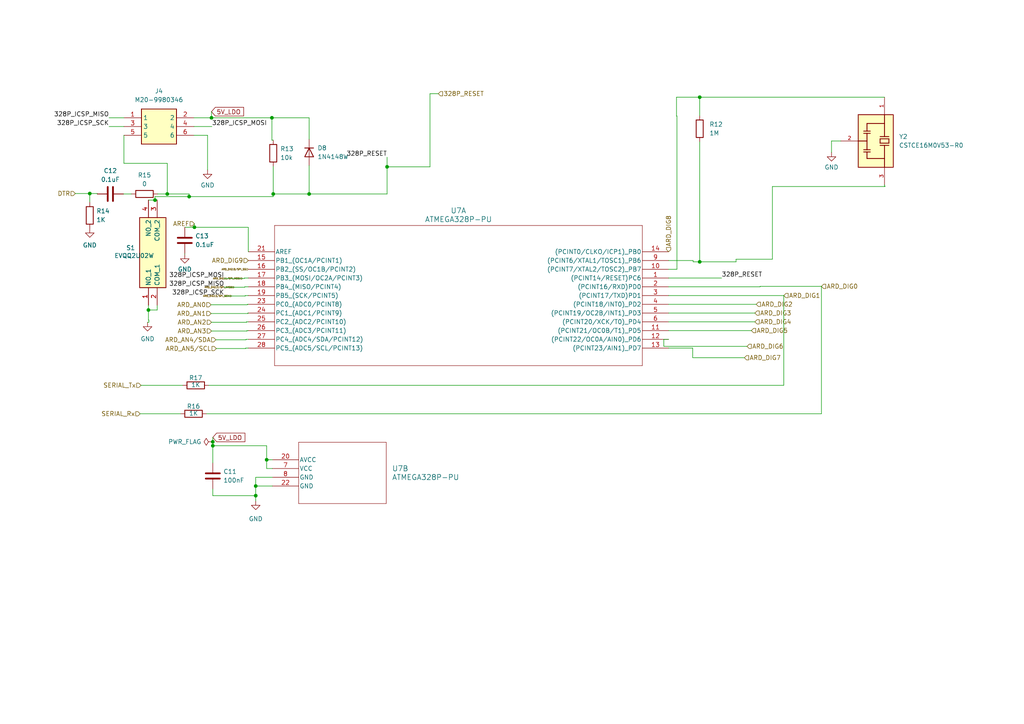
<source format=kicad_sch>
(kicad_sch (version 20230121) (generator eeschema)

  (uuid 57d8ee2b-1201-43da-8909-a8f640edd758)

  (paper "A4")

  (lib_symbols
    (symbol "ATMEGA328P-PU:ATMEGA328P-PU" (pin_names (offset 0.254)) (in_bom yes) (on_board yes)
      (property "Reference" "U" (at 60.96 12.7 0)
        (effects (font (size 1.524 1.524)))
      )
      (property "Value" "ATMEGA328P-PU" (at 60.96 10.16 0)
        (effects (font (size 1.524 1.524)))
      )
      (property "Footprint" "28P3_ATM" (at 0 0 0)
        (effects (font (size 1.27 1.27) italic) hide)
      )
      (property "Datasheet" "ATMEGA328P-PU" (at 0 0 0)
        (effects (font (size 1.27 1.27) italic) hide)
      )
      (property "ki_locked" "" (at 0 0 0)
        (effects (font (size 1.27 1.27)))
      )
      (property "ki_keywords" "ATMEGA328P-PU" (at 0 0 0)
        (effects (font (size 1.27 1.27)) hide)
      )
      (property "ki_fp_filters" "28P3_ATM" (at 0 0 0)
        (effects (font (size 1.27 1.27)) hide)
      )
      (symbol "ATMEGA328P-PU_1_1"
        (polyline
          (pts
            (xy 7.62 -33.02)
            (xy 114.3 -33.02)
          )
          (stroke (width 0.127) (type default))
          (fill (type none))
        )
        (polyline
          (pts
            (xy 7.62 7.62)
            (xy 7.62 -33.02)
          )
          (stroke (width 0.127) (type default))
          (fill (type none))
        )
        (polyline
          (pts
            (xy 114.3 -33.02)
            (xy 114.3 7.62)
          )
          (stroke (width 0.127) (type default))
          (fill (type none))
        )
        (polyline
          (pts
            (xy 114.3 7.62)
            (xy 7.62 7.62)
          )
          (stroke (width 0.127) (type default))
          (fill (type none))
        )
        (pin bidirectional line (at 121.92 -7.62 180) (length 7.62)
          (name "(PCINT14/RESET)PC6" (effects (font (size 1.27 1.27))))
          (number "1" (effects (font (size 1.27 1.27))))
        )
        (pin bidirectional line (at 121.92 -5.08 180) (length 7.62)
          (name "(PCINT7/XTAL2/TOSC2)_PB7" (effects (font (size 1.27 1.27))))
          (number "10" (effects (font (size 1.27 1.27))))
        )
        (pin bidirectional line (at 121.92 -22.86 180) (length 7.62)
          (name "(PCINT21/OC0B/T1)_PD5" (effects (font (size 1.27 1.27))))
          (number "11" (effects (font (size 1.27 1.27))))
        )
        (pin bidirectional line (at 121.92 -25.4 180) (length 7.62)
          (name "(PCINT22/OC0A/AIN0)_PD6" (effects (font (size 1.27 1.27))))
          (number "12" (effects (font (size 1.27 1.27))))
        )
        (pin bidirectional line (at 121.92 -27.94 180) (length 7.62)
          (name "(PCINT23/AIN1)_PD7" (effects (font (size 1.27 1.27))))
          (number "13" (effects (font (size 1.27 1.27))))
        )
        (pin bidirectional line (at 121.92 0 180) (length 7.62)
          (name "(PCINT0/CLKO/ICP1)_PB0" (effects (font (size 1.27 1.27))))
          (number "14" (effects (font (size 1.27 1.27))))
        )
        (pin bidirectional line (at 0 -2.54 0) (length 7.62)
          (name "PB1_(OC1A/PCINT1)" (effects (font (size 1.27 1.27))))
          (number "15" (effects (font (size 1.27 1.27))))
        )
        (pin bidirectional line (at 0 -5.08 0) (length 7.62)
          (name "PB2_(SS/OC1B/PCINT2)" (effects (font (size 1.27 1.27))))
          (number "16" (effects (font (size 1.27 1.27))))
        )
        (pin bidirectional line (at 0 -7.62 0) (length 7.62)
          (name "PB3_(MOSI/OC2A/PCINT3)" (effects (font (size 1.27 1.27))))
          (number "17" (effects (font (size 1.27 1.27))))
        )
        (pin bidirectional line (at 0 -10.16 0) (length 7.62)
          (name "PB4_(MISO/PCINT4)" (effects (font (size 1.27 1.27))))
          (number "18" (effects (font (size 1.27 1.27))))
        )
        (pin bidirectional line (at 0 -12.7 0) (length 7.62)
          (name "PB5_(SCK/PCINT5)" (effects (font (size 1.27 1.27))))
          (number "19" (effects (font (size 1.27 1.27))))
        )
        (pin bidirectional line (at 121.92 -10.16 180) (length 7.62)
          (name "(PCINT16/RXD)PD0" (effects (font (size 1.27 1.27))))
          (number "2" (effects (font (size 1.27 1.27))))
        )
        (pin unspecified line (at 0 0 0) (length 7.62)
          (name "AREF" (effects (font (size 1.27 1.27))))
          (number "21" (effects (font (size 1.27 1.27))))
        )
        (pin bidirectional line (at 0 -15.24 0) (length 7.62)
          (name "PC0_(ADC0/PCINT8)" (effects (font (size 1.27 1.27))))
          (number "23" (effects (font (size 1.27 1.27))))
        )
        (pin bidirectional line (at 0 -17.78 0) (length 7.62)
          (name "PC1_(ADC1/PCINT9)" (effects (font (size 1.27 1.27))))
          (number "24" (effects (font (size 1.27 1.27))))
        )
        (pin bidirectional line (at 0 -20.32 0) (length 7.62)
          (name "PC2_(ADC2/PCINT10)" (effects (font (size 1.27 1.27))))
          (number "25" (effects (font (size 1.27 1.27))))
        )
        (pin bidirectional line (at 0 -22.86 0) (length 7.62)
          (name "PC3_(ADC3/PCINT11)" (effects (font (size 1.27 1.27))))
          (number "26" (effects (font (size 1.27 1.27))))
        )
        (pin bidirectional line (at 0 -25.4 0) (length 7.62)
          (name "PC4_(ADC4/SDA/PCINT12)" (effects (font (size 1.27 1.27))))
          (number "27" (effects (font (size 1.27 1.27))))
        )
        (pin bidirectional line (at 0 -27.94 0) (length 7.62)
          (name "PC5_(ADC5/SCL/PCINT13)" (effects (font (size 1.27 1.27))))
          (number "28" (effects (font (size 1.27 1.27))))
        )
        (pin bidirectional line (at 121.92 -12.7 180) (length 7.62)
          (name "(PCINT17/TXD)PD1" (effects (font (size 1.27 1.27))))
          (number "3" (effects (font (size 1.27 1.27))))
        )
        (pin bidirectional line (at 121.92 -15.24 180) (length 7.62)
          (name "(PCINT18/INT0)_PD2" (effects (font (size 1.27 1.27))))
          (number "4" (effects (font (size 1.27 1.27))))
        )
        (pin bidirectional line (at 121.92 -17.78 180) (length 7.62)
          (name "(PCINT19/OC2B/INT1)_PD3" (effects (font (size 1.27 1.27))))
          (number "5" (effects (font (size 1.27 1.27))))
        )
        (pin bidirectional line (at 121.92 -20.32 180) (length 7.62)
          (name "(PCINT20/XCK/T0)_PD4" (effects (font (size 1.27 1.27))))
          (number "6" (effects (font (size 1.27 1.27))))
        )
        (pin bidirectional line (at 121.92 -2.54 180) (length 7.62)
          (name "(PCINT6/XTAL1/TOSC1)_PB6" (effects (font (size 1.27 1.27))))
          (number "9" (effects (font (size 1.27 1.27))))
        )
      )
      (symbol "ATMEGA328P-PU_2_1"
        (polyline
          (pts
            (xy 7.62 -12.7)
            (xy 33.02 -12.7)
          )
          (stroke (width 0.127) (type default))
          (fill (type none))
        )
        (polyline
          (pts
            (xy 7.62 5.08)
            (xy 7.62 -12.7)
          )
          (stroke (width 0.127) (type default))
          (fill (type none))
        )
        (polyline
          (pts
            (xy 33.02 -12.7)
            (xy 33.02 5.08)
          )
          (stroke (width 0.127) (type default))
          (fill (type none))
        )
        (polyline
          (pts
            (xy 33.02 5.08)
            (xy 7.62 5.08)
          )
          (stroke (width 0.127) (type default))
          (fill (type none))
        )
        (pin power_in line (at 0 0 0) (length 7.62)
          (name "AVCC" (effects (font (size 1.27 1.27))))
          (number "20" (effects (font (size 1.27 1.27))))
        )
        (pin power_in line (at 0 -7.62 0) (length 7.62)
          (name "GND" (effects (font (size 1.27 1.27))))
          (number "22" (effects (font (size 1.27 1.27))))
        )
        (pin power_in line (at 0 -2.54 0) (length 7.62)
          (name "VCC" (effects (font (size 1.27 1.27))))
          (number "7" (effects (font (size 1.27 1.27))))
        )
        (pin power_in line (at 0 -5.08 0) (length 7.62)
          (name "GND" (effects (font (size 1.27 1.27))))
          (number "8" (effects (font (size 1.27 1.27))))
        )
      )
    )
    (symbol "Ceramic Resonator CSTCE16M0V53-R0:CSTCE16M0V53-R0" (pin_names (offset 1.016)) (in_bom yes) (on_board yes)
      (property "Reference" "Y" (at -7.62 6.35 0)
        (effects (font (size 1.27 1.27)) (justify left bottom))
      )
      (property "Value" "CSTCE16M0V53-R0" (at -7.62 -13.97 0)
        (effects (font (size 1.27 1.27)) (justify left top))
      )
      (property "Footprint" "CSTCE16M0V53-R0:OSC_CSTCE16M0V53-R0" (at 0 0 0)
        (effects (font (size 1.27 1.27)) (justify bottom) hide)
      )
      (property "Datasheet" "" (at 0 0 0)
        (effects (font (size 1.27 1.27)) hide)
      )
      (property "MF" "Murata" (at 0 0 0)
        (effects (font (size 1.27 1.27)) (justify bottom) hide)
      )
      (property "Description" "\n16 MHz Ceramic Resonator Built in Capacitor 15 pF ±0.3% -20°C ~ 80°C Surface Mount\n" (at 0 0 0)
        (effects (font (size 1.27 1.27)) (justify bottom) hide)
      )
      (property "Package" "SMD-3 Murata" (at 0 0 0)
        (effects (font (size 1.27 1.27)) (justify bottom) hide)
      )
      (property "Price" "None" (at 0 0 0)
        (effects (font (size 1.27 1.27)) (justify bottom) hide)
      )
      (property "Check_prices" "https://www.snapeda.com/parts/CSTCE16M0V53-R0/Murata+Electronics+North+America/view-part/?ref=eda" (at 0 0 0)
        (effects (font (size 1.27 1.27)) (justify bottom) hide)
      )
      (property "STANDARD" "Manufacturer Recommendations" (at 0 0 0)
        (effects (font (size 1.27 1.27)) (justify bottom) hide)
      )
      (property "PARTREV" "10/24/2022" (at 0 0 0)
        (effects (font (size 1.27 1.27)) (justify bottom) hide)
      )
      (property "MP" "CSTCE16M0V53-R0" (at 0 0 0)
        (effects (font (size 1.27 1.27)) (justify bottom) hide)
      )
      (property "SnapEDA_Link" "https://www.snapeda.com/parts/CSTCE16M0V53-R0/Murata+Electronics+North+America/view-part/?ref=snap" (at 0 0 0)
        (effects (font (size 1.27 1.27)) (justify bottom) hide)
      )
      (property "MAXIMUM_PACKGE_HEIGHT" "1 mm" (at 0 0 0)
        (effects (font (size 1.27 1.27)) (justify bottom) hide)
      )
      (property "MANUFACTURER" "Murata" (at 0 0 0)
        (effects (font (size 1.27 1.27)) (justify bottom) hide)
      )
      (property "Availability" "In Stock" (at 0 0 0)
        (effects (font (size 1.27 1.27)) (justify bottom) hide)
      )
      (property "SNAPEDA_PN" "CSTCE16M0V53-R0" (at 0 0 0)
        (effects (font (size 1.27 1.27)) (justify bottom) hide)
      )
      (symbol "CSTCE16M0V53-R0_0_0"
        (rectangle (start -7.62 -5.08) (end 7.62 5.08)
          (stroke (width 0.254) (type default))
          (fill (type background))
        )
        (polyline
          (pts
            (xy -7.62 2.54)
            (xy -5.08 2.54)
          )
          (stroke (width 0.254) (type default))
          (fill (type none))
        )
        (polyline
          (pts
            (xy -5.08 -2.54)
            (xy -5.08 2.54)
          )
          (stroke (width 0.254) (type default))
          (fill (type none))
        )
        (polyline
          (pts
            (xy -5.08 2.54)
            (xy -1.27 2.54)
          )
          (stroke (width 0.254) (type default))
          (fill (type none))
        )
        (polyline
          (pts
            (xy -2.8575 -2.54)
            (xy -5.08 -2.54)
          )
          (stroke (width 0.254) (type default))
          (fill (type none))
        )
        (polyline
          (pts
            (xy -2.8575 -2.54)
            (xy -2.8575 -3.4925)
          )
          (stroke (width 0.254) (type default))
          (fill (type none))
        )
        (polyline
          (pts
            (xy -2.8575 -1.5875)
            (xy -2.8575 -2.54)
          )
          (stroke (width 0.254) (type default))
          (fill (type none))
        )
        (polyline
          (pts
            (xy -2.2225 -2.54)
            (xy -2.2225 -3.4925)
          )
          (stroke (width 0.254) (type default))
          (fill (type none))
        )
        (polyline
          (pts
            (xy -2.2225 -1.5875)
            (xy -2.2225 -2.54)
          )
          (stroke (width 0.254) (type default))
          (fill (type none))
        )
        (polyline
          (pts
            (xy -1.27 2.54)
            (xy -1.27 1.27)
          )
          (stroke (width 0.254) (type default))
          (fill (type none))
        )
        (polyline
          (pts
            (xy -1.27 3.81)
            (xy -1.27 2.54)
          )
          (stroke (width 0.254) (type default))
          (fill (type none))
        )
        (polyline
          (pts
            (xy -0.635 1.27)
            (xy -0.635 3.81)
          )
          (stroke (width 0.254) (type default))
          (fill (type none))
        )
        (polyline
          (pts
            (xy -0.635 3.81)
            (xy 0.635 3.81)
          )
          (stroke (width 0.254) (type default))
          (fill (type none))
        )
        (polyline
          (pts
            (xy 0 -5.08)
            (xy 0 -2.54)
          )
          (stroke (width 0.254) (type default))
          (fill (type none))
        )
        (polyline
          (pts
            (xy 0 -2.54)
            (xy -2.2225 -2.54)
          )
          (stroke (width 0.254) (type default))
          (fill (type none))
        )
        (polyline
          (pts
            (xy 0 -2.54)
            (xy 2.54 -2.54)
          )
          (stroke (width 0.254) (type default))
          (fill (type none))
        )
        (polyline
          (pts
            (xy 0.635 1.27)
            (xy -0.635 1.27)
          )
          (stroke (width 0.254) (type default))
          (fill (type none))
        )
        (polyline
          (pts
            (xy 0.635 3.81)
            (xy 0.635 1.27)
          )
          (stroke (width 0.254) (type default))
          (fill (type none))
        )
        (polyline
          (pts
            (xy 1.27 2.54)
            (xy 1.27 1.27)
          )
          (stroke (width 0.254) (type default))
          (fill (type none))
        )
        (polyline
          (pts
            (xy 1.27 2.54)
            (xy 5.08 2.54)
          )
          (stroke (width 0.254) (type default))
          (fill (type none))
        )
        (polyline
          (pts
            (xy 1.27 3.81)
            (xy 1.27 2.54)
          )
          (stroke (width 0.254) (type default))
          (fill (type none))
        )
        (polyline
          (pts
            (xy 2.54 -2.54)
            (xy 2.54 -3.4925)
          )
          (stroke (width 0.254) (type default))
          (fill (type none))
        )
        (polyline
          (pts
            (xy 2.54 -1.5875)
            (xy 2.54 -2.54)
          )
          (stroke (width 0.254) (type default))
          (fill (type none))
        )
        (polyline
          (pts
            (xy 3.175 -2.54)
            (xy 3.175 -3.4925)
          )
          (stroke (width 0.254) (type default))
          (fill (type none))
        )
        (polyline
          (pts
            (xy 3.175 -2.54)
            (xy 5.08 -2.54)
          )
          (stroke (width 0.254) (type default))
          (fill (type none))
        )
        (polyline
          (pts
            (xy 3.175 -1.5875)
            (xy 3.175 -2.54)
          )
          (stroke (width 0.254) (type default))
          (fill (type none))
        )
        (polyline
          (pts
            (xy 5.08 -2.54)
            (xy 5.08 2.54)
          )
          (stroke (width 0.254) (type default))
          (fill (type none))
        )
        (polyline
          (pts
            (xy 5.08 2.54)
            (xy 7.62 2.54)
          )
          (stroke (width 0.254) (type default))
          (fill (type none))
        )
        (pin input line (at -12.7 2.54 0) (length 5.08)
          (name "~" (effects (font (size 1.016 1.016))))
          (number "1" (effects (font (size 1.016 1.016))))
        )
        (pin power_in line (at 0 -10.16 90) (length 5.08)
          (name "~" (effects (font (size 1.016 1.016))))
          (number "2" (effects (font (size 1.016 1.016))))
        )
        (pin output line (at 12.7 2.54 180) (length 5.08)
          (name "~" (effects (font (size 1.016 1.016))))
          (number "3" (effects (font (size 1.016 1.016))))
        )
      )
    )
    (symbol "Device:C" (pin_numbers hide) (pin_names (offset 0.254)) (in_bom yes) (on_board yes)
      (property "Reference" "C" (at 0.635 2.54 0)
        (effects (font (size 1.27 1.27)) (justify left))
      )
      (property "Value" "C" (at 0.635 -2.54 0)
        (effects (font (size 1.27 1.27)) (justify left))
      )
      (property "Footprint" "" (at 0.9652 -3.81 0)
        (effects (font (size 1.27 1.27)) hide)
      )
      (property "Datasheet" "~" (at 0 0 0)
        (effects (font (size 1.27 1.27)) hide)
      )
      (property "ki_keywords" "cap capacitor" (at 0 0 0)
        (effects (font (size 1.27 1.27)) hide)
      )
      (property "ki_description" "Unpolarized capacitor" (at 0 0 0)
        (effects (font (size 1.27 1.27)) hide)
      )
      (property "ki_fp_filters" "C_*" (at 0 0 0)
        (effects (font (size 1.27 1.27)) hide)
      )
      (symbol "C_0_1"
        (polyline
          (pts
            (xy -2.032 -0.762)
            (xy 2.032 -0.762)
          )
          (stroke (width 0.508) (type default))
          (fill (type none))
        )
        (polyline
          (pts
            (xy -2.032 0.762)
            (xy 2.032 0.762)
          )
          (stroke (width 0.508) (type default))
          (fill (type none))
        )
      )
      (symbol "C_1_1"
        (pin passive line (at 0 3.81 270) (length 2.794)
          (name "~" (effects (font (size 1.27 1.27))))
          (number "1" (effects (font (size 1.27 1.27))))
        )
        (pin passive line (at 0 -3.81 90) (length 2.794)
          (name "~" (effects (font (size 1.27 1.27))))
          (number "2" (effects (font (size 1.27 1.27))))
        )
      )
    )
    (symbol "Device:R" (pin_numbers hide) (pin_names (offset 0)) (in_bom yes) (on_board yes)
      (property "Reference" "R" (at 2.032 0 90)
        (effects (font (size 1.27 1.27)))
      )
      (property "Value" "R" (at 0 0 90)
        (effects (font (size 1.27 1.27)))
      )
      (property "Footprint" "" (at -1.778 0 90)
        (effects (font (size 1.27 1.27)) hide)
      )
      (property "Datasheet" "~" (at 0 0 0)
        (effects (font (size 1.27 1.27)) hide)
      )
      (property "ki_keywords" "R res resistor" (at 0 0 0)
        (effects (font (size 1.27 1.27)) hide)
      )
      (property "ki_description" "Resistor" (at 0 0 0)
        (effects (font (size 1.27 1.27)) hide)
      )
      (property "ki_fp_filters" "R_*" (at 0 0 0)
        (effects (font (size 1.27 1.27)) hide)
      )
      (symbol "R_0_1"
        (rectangle (start -1.016 -2.54) (end 1.016 2.54)
          (stroke (width 0.254) (type default))
          (fill (type none))
        )
      )
      (symbol "R_1_1"
        (pin passive line (at 0 3.81 270) (length 1.27)
          (name "~" (effects (font (size 1.27 1.27))))
          (number "1" (effects (font (size 1.27 1.27))))
        )
        (pin passive line (at 0 -3.81 90) (length 1.27)
          (name "~" (effects (font (size 1.27 1.27))))
          (number "2" (effects (font (size 1.27 1.27))))
        )
      )
    )
    (symbol "Diode:1N4148W" (pin_numbers hide) (pin_names hide) (in_bom yes) (on_board yes)
      (property "Reference" "D" (at 0 2.54 0)
        (effects (font (size 1.27 1.27)))
      )
      (property "Value" "1N4148W" (at 0 -2.54 0)
        (effects (font (size 1.27 1.27)))
      )
      (property "Footprint" "Diode_SMD:D_SOD-123" (at 0 -4.445 0)
        (effects (font (size 1.27 1.27)) hide)
      )
      (property "Datasheet" "https://www.vishay.com/docs/85748/1n4148w.pdf" (at 0 0 0)
        (effects (font (size 1.27 1.27)) hide)
      )
      (property "Sim.Device" "D" (at 0 0 0)
        (effects (font (size 1.27 1.27)) hide)
      )
      (property "Sim.Pins" "1=K 2=A" (at 0 0 0)
        (effects (font (size 1.27 1.27)) hide)
      )
      (property "ki_keywords" "diode" (at 0 0 0)
        (effects (font (size 1.27 1.27)) hide)
      )
      (property "ki_description" "75V 0.15A Fast Switching Diode, SOD-123" (at 0 0 0)
        (effects (font (size 1.27 1.27)) hide)
      )
      (property "ki_fp_filters" "D*SOD?123*" (at 0 0 0)
        (effects (font (size 1.27 1.27)) hide)
      )
      (symbol "1N4148W_0_1"
        (polyline
          (pts
            (xy -1.27 1.27)
            (xy -1.27 -1.27)
          )
          (stroke (width 0.254) (type default))
          (fill (type none))
        )
        (polyline
          (pts
            (xy 1.27 0)
            (xy -1.27 0)
          )
          (stroke (width 0) (type default))
          (fill (type none))
        )
        (polyline
          (pts
            (xy 1.27 1.27)
            (xy 1.27 -1.27)
            (xy -1.27 0)
            (xy 1.27 1.27)
          )
          (stroke (width 0.254) (type default))
          (fill (type none))
        )
      )
      (symbol "1N4148W_1_1"
        (pin passive line (at -3.81 0 0) (length 2.54)
          (name "K" (effects (font (size 1.27 1.27))))
          (number "1" (effects (font (size 1.27 1.27))))
        )
        (pin passive line (at 3.81 0 180) (length 2.54)
          (name "A" (effects (font (size 1.27 1.27))))
          (number "2" (effects (font (size 1.27 1.27))))
        )
      )
    )
    (symbol "EVQQ2U02W:EVQQ2U02W" (in_bom yes) (on_board yes)
      (property "Reference" "S" (at 26.67 7.62 0)
        (effects (font (size 1.27 1.27)) (justify left top))
      )
      (property "Value" "EVQQ2U02W" (at 26.67 5.08 0)
        (effects (font (size 1.27 1.27)) (justify left top))
      )
      (property "Footprint" "EVQQ2" (at 26.67 -94.92 0)
        (effects (font (size 1.27 1.27)) (justify left top) hide)
      )
      (property "Datasheet" "https://industrial.panasonic.com/ac/cdn/e/control/switch/light-touch/catalog/sw_lt_eng_6s_th.pdf" (at 26.67 -194.92 0)
        (effects (font (size 1.27 1.27)) (justify left top) hide)
      )
      (property "Height" "" (at 26.67 -394.92 0)
        (effects (font (size 1.27 1.27)) (justify left top) hide)
      )
      (property "Manufacturer_Name" "Panasonic" (at 26.67 -494.92 0)
        (effects (font (size 1.27 1.27)) (justify left top) hide)
      )
      (property "Manufacturer_Part_Number" "EVQQ2U02W" (at 26.67 -594.92 0)
        (effects (font (size 1.27 1.27)) (justify left top) hide)
      )
      (property "Mouser Part Number" "" (at 26.67 -694.92 0)
        (effects (font (size 1.27 1.27)) (justify left top) hide)
      )
      (property "Mouser Price/Stock" "" (at 26.67 -794.92 0)
        (effects (font (size 1.27 1.27)) (justify left top) hide)
      )
      (property "Arrow Part Number" "" (at 26.67 -894.92 0)
        (effects (font (size 1.27 1.27)) (justify left top) hide)
      )
      (property "Arrow Price/Stock" "" (at 26.67 -994.92 0)
        (effects (font (size 1.27 1.27)) (justify left top) hide)
      )
      (property "ki_description" "White Button Tactile Switch, Single Pole Single Throw (SPST) 20 mA @ 15 V dc 0.7mm" (at 0 0 0)
        (effects (font (size 1.27 1.27)) hide)
      )
      (symbol "EVQQ2U02W_1_1"
        (rectangle (start 5.08 2.54) (end 25.4 -5.08)
          (stroke (width 0.254) (type default))
          (fill (type background))
        )
        (pin passive line (at 0 0 0) (length 5.08)
          (name "NO_1" (effects (font (size 1.27 1.27))))
          (number "1" (effects (font (size 1.27 1.27))))
        )
        (pin passive line (at 0 -2.54 0) (length 5.08)
          (name "COM_1" (effects (font (size 1.27 1.27))))
          (number "2" (effects (font (size 1.27 1.27))))
        )
        (pin passive line (at 30.48 -2.54 180) (length 5.08)
          (name "COM_2" (effects (font (size 1.27 1.27))))
          (number "3" (effects (font (size 1.27 1.27))))
        )
        (pin passive line (at 30.48 0 180) (length 5.08)
          (name "NO_2" (effects (font (size 1.27 1.27))))
          (number "4" (effects (font (size 1.27 1.27))))
        )
      )
    )
    (symbol "ICSP M20-9980346:M20-9980346" (in_bom yes) (on_board yes)
      (property "Reference" "J" (at 16.51 7.62 0)
        (effects (font (size 1.27 1.27)) (justify left top))
      )
      (property "Value" "M20-9980346" (at 16.51 5.08 0)
        (effects (font (size 1.27 1.27)) (justify left top))
      )
      (property "Footprint" "HDRV6W64P254_2X3_762X508X868P" (at 16.51 -94.92 0)
        (effects (font (size 1.27 1.27)) (justify left top) hide)
      )
      (property "Datasheet" "https://cdn.harwin.com/pdfs/M20-998.pdf" (at 16.51 -194.92 0)
        (effects (font (size 1.27 1.27)) (justify left top) hide)
      )
      (property "Height" "8.68" (at 16.51 -394.92 0)
        (effects (font (size 1.27 1.27)) (justify left top) hide)
      )
      (property "element14 Part Number" "" (at 16.51 -494.92 0)
        (effects (font (size 1.27 1.27)) (justify left top) hide)
      )
      (property "element14 Price/Stock" "" (at 16.51 -594.92 0)
        (effects (font (size 1.27 1.27)) (justify left top) hide)
      )
      (property "Manufacturer_Name" "Harwin" (at 16.51 -694.92 0)
        (effects (font (size 1.27 1.27)) (justify left top) hide)
      )
      (property "Manufacturer_Part_Number" "M20-9980346" (at 16.51 -794.92 0)
        (effects (font (size 1.27 1.27)) (justify left top) hide)
      )
      (property "ki_description" "03+03 DIL Vertical Pin Header HARWIN M20 Series, 2.54mm Pitch 6 Way 2 Row Straight PCB Header, Solder Termination, 3A" (at 0 0 0)
        (effects (font (size 1.27 1.27)) hide)
      )
      (symbol "M20-9980346_1_1"
        (rectangle (start 5.08 2.54) (end 15.24 -7.62)
          (stroke (width 0.254) (type default))
          (fill (type background))
        )
        (pin passive line (at 0 0 0) (length 5.08)
          (name "1" (effects (font (size 1.27 1.27))))
          (number "1" (effects (font (size 1.27 1.27))))
        )
        (pin passive line (at 20.32 0 180) (length 5.08)
          (name "2" (effects (font (size 1.27 1.27))))
          (number "2" (effects (font (size 1.27 1.27))))
        )
        (pin passive line (at 0 -2.54 0) (length 5.08)
          (name "3" (effects (font (size 1.27 1.27))))
          (number "3" (effects (font (size 1.27 1.27))))
        )
        (pin passive line (at 20.32 -2.54 180) (length 5.08)
          (name "4" (effects (font (size 1.27 1.27))))
          (number "4" (effects (font (size 1.27 1.27))))
        )
        (pin passive line (at 0 -5.08 0) (length 5.08)
          (name "5" (effects (font (size 1.27 1.27))))
          (number "5" (effects (font (size 1.27 1.27))))
        )
        (pin passive line (at 20.32 -5.08 180) (length 5.08)
          (name "6" (effects (font (size 1.27 1.27))))
          (number "6" (effects (font (size 1.27 1.27))))
        )
      )
    )
    (symbol "power:GND" (power) (pin_names (offset 0)) (in_bom yes) (on_board yes)
      (property "Reference" "#PWR" (at 0 -6.35 0)
        (effects (font (size 1.27 1.27)) hide)
      )
      (property "Value" "GND" (at 0 -3.81 0)
        (effects (font (size 1.27 1.27)))
      )
      (property "Footprint" "" (at 0 0 0)
        (effects (font (size 1.27 1.27)) hide)
      )
      (property "Datasheet" "" (at 0 0 0)
        (effects (font (size 1.27 1.27)) hide)
      )
      (property "ki_keywords" "global power" (at 0 0 0)
        (effects (font (size 1.27 1.27)) hide)
      )
      (property "ki_description" "Power symbol creates a global label with name \"GND\" , ground" (at 0 0 0)
        (effects (font (size 1.27 1.27)) hide)
      )
      (symbol "GND_0_1"
        (polyline
          (pts
            (xy 0 0)
            (xy 0 -1.27)
            (xy 1.27 -1.27)
            (xy 0 -2.54)
            (xy -1.27 -1.27)
            (xy 0 -1.27)
          )
          (stroke (width 0) (type default))
          (fill (type none))
        )
      )
      (symbol "GND_1_1"
        (pin power_in line (at 0 0 270) (length 0) hide
          (name "GND" (effects (font (size 1.27 1.27))))
          (number "1" (effects (font (size 1.27 1.27))))
        )
      )
    )
    (symbol "power:PWR_FLAG" (power) (pin_numbers hide) (pin_names (offset 0) hide) (in_bom yes) (on_board yes)
      (property "Reference" "#FLG" (at 0 1.905 0)
        (effects (font (size 1.27 1.27)) hide)
      )
      (property "Value" "PWR_FLAG" (at 0 3.81 0)
        (effects (font (size 1.27 1.27)))
      )
      (property "Footprint" "" (at 0 0 0)
        (effects (font (size 1.27 1.27)) hide)
      )
      (property "Datasheet" "~" (at 0 0 0)
        (effects (font (size 1.27 1.27)) hide)
      )
      (property "ki_keywords" "flag power" (at 0 0 0)
        (effects (font (size 1.27 1.27)) hide)
      )
      (property "ki_description" "Special symbol for telling ERC where power comes from" (at 0 0 0)
        (effects (font (size 1.27 1.27)) hide)
      )
      (symbol "PWR_FLAG_0_0"
        (pin power_out line (at 0 0 90) (length 0)
          (name "pwr" (effects (font (size 1.27 1.27))))
          (number "1" (effects (font (size 1.27 1.27))))
        )
      )
      (symbol "PWR_FLAG_0_1"
        (polyline
          (pts
            (xy 0 0)
            (xy 0 1.27)
            (xy -1.016 1.905)
            (xy 0 2.54)
            (xy 1.016 1.905)
            (xy 0 1.27)
          )
          (stroke (width 0) (type default))
          (fill (type none))
        )
      )
    )
  )

  (junction (at 74.168 140.97) (diameter 0) (color 0 0 0 0)
    (uuid 01b0c112-c3d0-4594-a172-c7a57a386130)
  )
  (junction (at 54.864 57.023) (diameter 0) (color 0 0 0 0)
    (uuid 0b68a383-4b01-48a4-8514-c2be7b1359f4)
  )
  (junction (at 79.248 56.261) (diameter 0) (color 0 0 0 0)
    (uuid 17d0e959-1e42-48c0-adf2-f078011c30b7)
  )
  (junction (at 61.341 34.163) (diameter 0) (color 0 0 0 0)
    (uuid 25b0b040-d76b-4e2a-a45b-b84c4085a341)
  )
  (junction (at 202.946 28.194) (diameter 0) (color 0 0 0 0)
    (uuid 2f0f1794-9072-4ab8-b12e-3abdb58da10b)
  )
  (junction (at 43.053 89.916) (diameter 0) (color 0 0 0 0)
    (uuid 30ce31b6-be70-45fb-9625-cf5ce15ab687)
  )
  (junction (at 78.867 34.163) (diameter 0) (color 0 0 0 0)
    (uuid 350d496b-abdc-4b8b-8c4c-b41318a31bb8)
  )
  (junction (at 89.662 56.261) (diameter 0) (color 0 0 0 0)
    (uuid 3a30a01d-bf27-4527-ab22-2e85267c9513)
  )
  (junction (at 26.035 56.134) (diameter 0) (color 0 0 0 0)
    (uuid 3b23f722-3583-4b1f-acef-658aa6253c51)
  )
  (junction (at 202.946 75.946) (diameter 0) (color 0 0 0 0)
    (uuid 58b7f20d-caab-432a-b43e-475b971bdc81)
  )
  (junction (at 48.514 56.261) (diameter 0) (color 0 0 0 0)
    (uuid 8322f927-2e33-4221-b7b6-f2cdce20a143)
  )
  (junction (at 74.168 143.764) (diameter 0) (color 0 0 0 0)
    (uuid 8d23df53-b219-45e3-a490-3fc7ba333092)
  )
  (junction (at 56.388 65.913) (diameter 0) (color 0 0 0 0)
    (uuid a3f93c79-d5d1-467d-bc07-3ca8c643b26b)
  )
  (junction (at 61.722 129.286) (diameter 0) (color 0 0 0 0)
    (uuid a67cb976-9491-401e-9a2c-9cdf52fdac1a)
  )
  (junction (at 112.268 48.387) (diameter 0) (color 0 0 0 0)
    (uuid a9dbc6ef-b503-4e08-ba81-d4ea28773328)
  )
  (junction (at 61.722 128.143) (diameter 0) (color 0 0 0 0)
    (uuid b8d40e98-bba4-4828-859e-0bfd3d3b6580)
  )
  (junction (at 44.958 58.039) (diameter 0) (color 0 0 0 0)
    (uuid ba495715-3605-4b43-9ef1-40abad4e2bec)
  )
  (junction (at 77.343 133.35) (diameter 0) (color 0 0 0 0)
    (uuid d9b5c21b-cae2-4bc5-b880-436efbe7bfa2)
  )

  (wire (pts (xy 112.268 45.593) (xy 112.268 48.387))
    (stroke (width 0) (type default))
    (uuid 0889299e-d10e-4c17-93bc-df6e1744c8af)
  )
  (wire (pts (xy 45.593 88.519) (xy 45.593 89.916))
    (stroke (width 0) (type default))
    (uuid 090c1aff-410d-43c4-9a3b-88eac0a39226)
  )
  (wire (pts (xy 28.194 56.134) (xy 28.194 56.261))
    (stroke (width 0) (type default))
    (uuid 0b8d7448-1c25-41bc-b830-c33be3ae2370)
  )
  (wire (pts (xy 59.944 120.015) (xy 238.252 120.015))
    (stroke (width 0) (type default))
    (uuid 0be7e481-3a0d-4ba4-80d7-f2b0edc113f2)
  )
  (wire (pts (xy 43.053 92.837) (xy 43.18 92.837))
    (stroke (width 0) (type default))
    (uuid 0e4b17ce-1dae-451c-a646-546689265a05)
  )
  (wire (pts (xy 193.929 85.725) (xy 227.33 85.725))
    (stroke (width 0) (type default))
    (uuid 0e626958-59f0-4be9-b3cf-88a945ffe9c4)
  )
  (wire (pts (xy 40.894 111.76) (xy 52.959 111.76))
    (stroke (width 0) (type default))
    (uuid 13073327-e7d4-4cc2-b32f-3091ab301a3b)
  )
  (wire (pts (xy 79.248 57.023) (xy 79.248 56.261))
    (stroke (width 0) (type default))
    (uuid 13a7e3c4-a27b-46fa-8dc7-ef7004951ec2)
  )
  (wire (pts (xy 71.374 98.425) (xy 72.009 98.425))
    (stroke (width 0) (type default))
    (uuid 13b1561f-f116-4522-ac58-b9c401f19360)
  )
  (wire (pts (xy 202.946 41.148) (xy 202.946 75.946))
    (stroke (width 0) (type default))
    (uuid 148696bf-f677-4ef3-b7eb-12652d397e98)
  )
  (wire (pts (xy 71.755 88.265) (xy 71.755 88.392))
    (stroke (width 0) (type default))
    (uuid 15c5f166-e7d3-43a6-8351-b5f217ef02c0)
  )
  (wire (pts (xy 74.168 143.764) (xy 74.168 145.288))
    (stroke (width 0) (type default))
    (uuid 1a36475f-abe2-4b5f-bc24-6090ef885aa5)
  )
  (wire (pts (xy 241.173 40.894) (xy 243.84 40.894))
    (stroke (width 0) (type default))
    (uuid 1a4c7e22-c6b8-4f5e-be07-562a80bed525)
  )
  (wire (pts (xy 124.714 48.387) (xy 124.714 27.178))
    (stroke (width 0) (type default))
    (uuid 1cc3aba6-bff0-4542-92be-09fec1a098be)
  )
  (wire (pts (xy 35.814 56.261) (xy 38.1 56.261))
    (stroke (width 0) (type default))
    (uuid 1ceb6c81-a04e-4a5b-aaf6-13414612b71d)
  )
  (wire (pts (xy 89.662 56.261) (xy 79.248 56.261))
    (stroke (width 0) (type default))
    (uuid 20301891-0d80-412b-9868-0333482166d5)
  )
  (wire (pts (xy 227.33 85.725) (xy 227.33 111.76))
    (stroke (width 0) (type default))
    (uuid 230ce1cb-a651-4401-af0a-c23b7f005cf9)
  )
  (wire (pts (xy 44.958 57.023) (xy 54.864 57.023))
    (stroke (width 0) (type default))
    (uuid 2512bc81-129f-4eb8-a955-99d63edaf4e9)
  )
  (wire (pts (xy 71.628 95.885) (xy 71.628 96.012))
    (stroke (width 0) (type default))
    (uuid 2db22fe6-84af-481c-8440-fc2df25e1dfb)
  )
  (wire (pts (xy 200.914 103.759) (xy 200.914 100.965))
    (stroke (width 0) (type default))
    (uuid 2e4e9a9d-060f-4965-b122-fb1be9e52f8b)
  )
  (wire (pts (xy 202.946 75.946) (xy 201.041 75.946))
    (stroke (width 0) (type default))
    (uuid 2f27bad6-692d-409a-8f5e-8b0c21d6dae1)
  )
  (wire (pts (xy 48.514 47.371) (xy 48.514 56.261))
    (stroke (width 0) (type default))
    (uuid 310c9ad9-bdfc-4a99-aee7-9e2034984fde)
  )
  (wire (pts (xy 192.532 100.457) (xy 192.532 98.425))
    (stroke (width 0) (type default))
    (uuid 31329564-ed13-4e12-a093-74a4f11329bd)
  )
  (wire (pts (xy 35.941 39.243) (xy 35.941 47.371))
    (stroke (width 0) (type default))
    (uuid 32133119-265f-45cc-9bc1-cd01cf656abb)
  )
  (wire (pts (xy 26.035 56.134) (xy 28.194 56.134))
    (stroke (width 0) (type default))
    (uuid 33200eb1-5d56-496c-83e8-e930b97db408)
  )
  (wire (pts (xy 43.18 93.472) (xy 43.18 92.837))
    (stroke (width 0) (type default))
    (uuid 349cbdbe-a604-47e0-9e5e-315962b48c4d)
  )
  (wire (pts (xy 61.341 34.163) (xy 78.867 34.163))
    (stroke (width 0) (type default))
    (uuid 396daef3-fe1d-477b-8462-5f607f2578c9)
  )
  (wire (pts (xy 45.593 89.916) (xy 43.053 89.916))
    (stroke (width 0) (type default))
    (uuid 3b934789-5c3f-4461-a80f-d41c40a5eadf)
  )
  (wire (pts (xy 71.628 96.012) (xy 61.341 96.012))
    (stroke (width 0) (type default))
    (uuid 3bf458c7-637e-4118-ab93-351f9db363d4)
  )
  (wire (pts (xy 71.501 93.472) (xy 61.341 93.472))
    (stroke (width 0) (type default))
    (uuid 3d167f13-7d3a-4ee2-92e8-fae4093ac78b)
  )
  (wire (pts (xy 196.342 78.105) (xy 193.929 78.105))
    (stroke (width 0) (type default))
    (uuid 3ed952b3-afed-4647-b041-a80215370ed2)
  )
  (wire (pts (xy 31.623 34.163) (xy 35.941 34.163))
    (stroke (width 0) (type default))
    (uuid 3f87bf0e-a9fc-4ae2-a211-b601e8a48f66)
  )
  (wire (pts (xy 71.374 98.425) (xy 71.374 98.552))
    (stroke (width 0) (type default))
    (uuid 40479357-3b20-4038-b243-3350a3cace61)
  )
  (wire (pts (xy 54.864 56.261) (xy 48.514 56.261))
    (stroke (width 0) (type default))
    (uuid 42117195-6d08-4a50-9822-c5e767fcc485)
  )
  (wire (pts (xy 44.958 58.039) (xy 45.593 58.039))
    (stroke (width 0) (type default))
    (uuid 43015966-4687-401f-98dd-63ce1406ef6e)
  )
  (wire (pts (xy 112.268 48.387) (xy 124.714 48.387))
    (stroke (width 0) (type default))
    (uuid 43f0d3f8-9ee7-4a68-8862-7a01551df984)
  )
  (wire (pts (xy 220.472 83.185) (xy 193.929 83.185))
    (stroke (width 0) (type default))
    (uuid 4851969f-8f8b-4f90-9c78-ccfd8307691f)
  )
  (wire (pts (xy 193.929 90.805) (xy 218.948 90.805))
    (stroke (width 0) (type default))
    (uuid 4a8acb9d-7424-4654-a338-c209a9ccf018)
  )
  (wire (pts (xy 77.343 135.89) (xy 77.343 133.35))
    (stroke (width 0) (type default))
    (uuid 4bc6ac5a-2f3f-4965-b89f-010b37e98cce)
  )
  (wire (pts (xy 224.028 75.184) (xy 213.487 75.184))
    (stroke (width 0) (type default))
    (uuid 4f5279af-1886-4e71-b11b-352fe711da66)
  )
  (wire (pts (xy 213.487 75.946) (xy 202.946 75.946))
    (stroke (width 0) (type default))
    (uuid 5054f1dd-7b00-4a53-b143-c6d2ea3d1e26)
  )
  (wire (pts (xy 196.215 33.655) (xy 196.342 33.655))
    (stroke (width 0) (type default))
    (uuid 53b77917-82a3-496a-929d-06b7a6bfae73)
  )
  (wire (pts (xy 43.053 89.916) (xy 43.053 92.837))
    (stroke (width 0) (type default))
    (uuid 599512e1-0809-4b26-aca3-e4d10f54fbda)
  )
  (wire (pts (xy 200.914 103.759) (xy 215.9 103.759))
    (stroke (width 0) (type default))
    (uuid 5c538ddf-683b-44da-af1e-168f2ed290ff)
  )
  (wire (pts (xy 70.866 80.772) (xy 65.024 80.772))
    (stroke (width 0) (type default))
    (uuid 5c7b3a7c-4184-4501-8275-500ccdd61127)
  )
  (wire (pts (xy 72.009 73.025) (xy 72.009 65.913))
    (stroke (width 0) (type default))
    (uuid 5cdd01c2-f685-49e3-9ea6-ee0059f9f3ce)
  )
  (wire (pts (xy 78.994 133.35) (xy 77.343 133.35))
    (stroke (width 0) (type default))
    (uuid 60a23c42-8fe0-4444-8ed6-199743b6ba93)
  )
  (wire (pts (xy 89.662 34.163) (xy 78.867 34.163))
    (stroke (width 0) (type default))
    (uuid 615d2b10-7757-4fff-944d-a6790b60cf01)
  )
  (wire (pts (xy 78.994 135.89) (xy 77.343 135.89))
    (stroke (width 0) (type default))
    (uuid 61acc73f-7942-4cbf-8280-4b9336dbb91c)
  )
  (wire (pts (xy 70.993 83.312) (xy 65.024 83.312))
    (stroke (width 0) (type default))
    (uuid 62a48552-128c-4d79-a1df-2d70e336a496)
  )
  (wire (pts (xy 21.844 56.134) (xy 26.035 56.134))
    (stroke (width 0) (type default))
    (uuid 663af565-fc87-4e4b-b1e2-5c93d29c1a54)
  )
  (wire (pts (xy 43.053 58.039) (xy 44.958 58.039))
    (stroke (width 0) (type default))
    (uuid 6782916e-0c46-4b40-b74a-752e2a7d6a7b)
  )
  (wire (pts (xy 70.993 83.185) (xy 70.993 83.312))
    (stroke (width 0) (type default))
    (uuid 6808f020-2a08-4409-b198-07c34558030a)
  )
  (wire (pts (xy 56.388 64.897) (xy 56.388 65.913))
    (stroke (width 0) (type default))
    (uuid 6b0c9d8f-8068-4ad5-b48b-a7b86ab01bb5)
  )
  (wire (pts (xy 43.053 88.519) (xy 43.053 89.916))
    (stroke (width 0) (type default))
    (uuid 6bbef6e9-766d-48d7-b953-f0efa1f8e9e8)
  )
  (wire (pts (xy 77.343 133.35) (xy 77.343 129.286))
    (stroke (width 0) (type default))
    (uuid 6d8d128d-eddc-42b6-99c6-83be4c3273f4)
  )
  (wire (pts (xy 71.247 101.092) (xy 62.738 101.092))
    (stroke (width 0) (type default))
    (uuid 6e6ec7b4-7444-4af3-a470-b2d76ef13964)
  )
  (wire (pts (xy 71.882 90.932) (xy 61.214 90.932))
    (stroke (width 0) (type default))
    (uuid 6fa4362c-d711-4f93-a85b-aa3f304cb918)
  )
  (wire (pts (xy 202.946 28.194) (xy 256.54 28.194))
    (stroke (width 0) (type default))
    (uuid 711bda2c-d92f-49fe-bc4e-7895cfae8e20)
  )
  (wire (pts (xy 72.009 65.913) (xy 56.388 65.913))
    (stroke (width 0) (type default))
    (uuid 725179ab-0595-4555-bf80-7a59e876f452)
  )
  (wire (pts (xy 256.54 53.975) (xy 256.54 53.594))
    (stroke (width 0) (type default))
    (uuid 72923efc-b803-4159-bb22-14a8ff933b6e)
  )
  (wire (pts (xy 61.722 141.859) (xy 61.722 143.764))
    (stroke (width 0) (type default))
    (uuid 733ad3b1-21c3-413c-908a-bb1fc4e65d5c)
  )
  (wire (pts (xy 220.472 83.058) (xy 220.472 83.185))
    (stroke (width 0) (type default))
    (uuid 771096a0-9384-4695-b6c0-c4fb308265c5)
  )
  (wire (pts (xy 60.198 39.243) (xy 60.198 49.276))
    (stroke (width 0) (type default))
    (uuid 778caf8e-b1d2-435b-ac16-7a1cac44ef99)
  )
  (wire (pts (xy 70.866 80.645) (xy 70.866 80.772))
    (stroke (width 0) (type default))
    (uuid 77b6e902-05b4-44f8-9b9d-8210ef7c8976)
  )
  (wire (pts (xy 78.867 34.163) (xy 78.867 40.64))
    (stroke (width 0) (type default))
    (uuid 798e2b7d-9827-4c97-bd4f-a6c7d9a83ed0)
  )
  (wire (pts (xy 196.215 28.194) (xy 202.946 28.194))
    (stroke (width 0) (type default))
    (uuid 7a6e9573-096d-42db-a4db-0e9770df0c2d)
  )
  (wire (pts (xy 224.028 75.184) (xy 224.028 54.102))
    (stroke (width 0) (type default))
    (uuid 81971e68-db38-4842-9510-f5eb3b19a19d)
  )
  (wire (pts (xy 79.248 48.26) (xy 79.248 56.261))
    (stroke (width 0) (type default))
    (uuid 81cdb159-bdad-45b4-8fbb-362e948b7c2d)
  )
  (wire (pts (xy 54.864 57.023) (xy 79.248 57.023))
    (stroke (width 0) (type default))
    (uuid 8539cf37-913b-4aa7-b300-bc48f10fda7b)
  )
  (wire (pts (xy 112.268 56.261) (xy 89.662 56.261))
    (stroke (width 0) (type default))
    (uuid 85905249-4074-4fb9-829d-a9d048cb1bb4)
  )
  (wire (pts (xy 112.268 48.387) (xy 112.268 56.261))
    (stroke (width 0) (type default))
    (uuid 865fab78-d073-475d-8b29-fc17d566317d)
  )
  (wire (pts (xy 196.215 28.194) (xy 196.215 33.655))
    (stroke (width 0) (type default))
    (uuid 891b18da-0634-4999-947d-9bfe67de2ded)
  )
  (wire (pts (xy 202.946 28.194) (xy 202.946 33.528))
    (stroke (width 0) (type default))
    (uuid 89a1b8f7-fc63-4749-b611-26a0c7ff4805)
  )
  (wire (pts (xy 48.514 56.261) (xy 45.72 56.261))
    (stroke (width 0) (type default))
    (uuid 8ad40e32-c4be-4d3c-b9e7-6b6b5934b882)
  )
  (wire (pts (xy 71.12 85.852) (xy 65.024 85.852))
    (stroke (width 0) (type default))
    (uuid 8c48bdf3-2221-4a61-88ae-9a4c7348d14d)
  )
  (wire (pts (xy 56.388 65.913) (xy 53.594 65.913))
    (stroke (width 0) (type default))
    (uuid 8d584993-99ee-4eb7-96e6-e350b592c55c)
  )
  (wire (pts (xy 256.667 53.975) (xy 256.667 54.102))
    (stroke (width 0) (type default))
    (uuid 8f403691-0d69-4f8a-b604-fe981a7ca45c)
  )
  (wire (pts (xy 61.722 143.764) (xy 74.168 143.764))
    (stroke (width 0) (type default))
    (uuid 8f4c8dcb-224c-44f3-a70e-9a19722cd0fa)
  )
  (wire (pts (xy 241.173 44.196) (xy 241.173 40.894))
    (stroke (width 0) (type default))
    (uuid 90850768-a49b-44c3-9d87-05e9c9f05abb)
  )
  (wire (pts (xy 61.722 129.286) (xy 61.722 134.239))
    (stroke (width 0) (type default))
    (uuid 991c0e94-d3eb-46ff-ae42-80f110d4549e)
  )
  (wire (pts (xy 56.261 36.703) (xy 61.468 36.703))
    (stroke (width 0) (type default))
    (uuid 9bc44b69-729c-4a37-9bad-8c5551f3399b)
  )
  (wire (pts (xy 89.662 40.386) (xy 89.662 34.163))
    (stroke (width 0) (type default))
    (uuid 9dee3fc7-07dc-4d83-bac6-0b5bd9b2ea2b)
  )
  (wire (pts (xy 192.532 100.457) (xy 216.662 100.457))
    (stroke (width 0) (type default))
    (uuid a076c525-c955-407d-9cea-8f0a11859316)
  )
  (wire (pts (xy 61.722 128.143) (xy 61.722 129.286))
    (stroke (width 0) (type default))
    (uuid a132c037-62ad-4c1b-baa2-3df784741292)
  )
  (wire (pts (xy 74.168 138.43) (xy 74.168 140.97))
    (stroke (width 0) (type default))
    (uuid a36de7aa-782f-4f6b-a61b-7dcb56ba5635)
  )
  (wire (pts (xy 196.342 33.655) (xy 196.342 78.105))
    (stroke (width 0) (type default))
    (uuid a3f35f75-9b94-4fe5-b305-a39e25c025c3)
  )
  (wire (pts (xy 52.324 120.015) (xy 40.64 120.015))
    (stroke (width 0) (type default))
    (uuid a545cfe9-e17a-4530-bd5e-e577c8c2f2e8)
  )
  (wire (pts (xy 56.261 39.243) (xy 60.198 39.243))
    (stroke (width 0) (type default))
    (uuid a6e968fa-3985-47e1-af47-b9c4f77e525f)
  )
  (wire (pts (xy 71.882 90.805) (xy 72.009 90.805))
    (stroke (width 0) (type default))
    (uuid a9beeead-f0db-49dc-9561-5337b246d4f1)
  )
  (wire (pts (xy 256.667 53.975) (xy 256.54 53.975))
    (stroke (width 0) (type default))
    (uuid aa1e1732-bd2e-4879-a2ec-97fab56b5580)
  )
  (wire (pts (xy 71.374 98.552) (xy 62.611 98.552))
    (stroke (width 0) (type default))
    (uuid aa991f7c-45be-4291-917f-7c6ea531bd8c)
  )
  (wire (pts (xy 71.755 88.265) (xy 72.009 88.265))
    (stroke (width 0) (type default))
    (uuid ac5803c4-755c-4d72-929f-2888cc3d1ca3)
  )
  (wire (pts (xy 193.929 88.265) (xy 219.329 88.265))
    (stroke (width 0) (type default))
    (uuid aca45101-a35b-4383-b31b-7eb3a24ac9bb)
  )
  (wire (pts (xy 193.929 80.645) (xy 209.296 80.645))
    (stroke (width 0) (type default))
    (uuid acfa4288-e369-4c0e-9607-9fce8bda416b)
  )
  (wire (pts (xy 71.247 100.965) (xy 72.009 100.965))
    (stroke (width 0) (type default))
    (uuid ae284956-5615-457f-b3ca-227b2afd3ce1)
  )
  (wire (pts (xy 71.501 93.345) (xy 71.501 93.472))
    (stroke (width 0) (type default))
    (uuid af949d0d-9374-46b2-b72d-c0eda773dd99)
  )
  (wire (pts (xy 35.941 47.371) (xy 48.514 47.371))
    (stroke (width 0) (type default))
    (uuid b005b2ff-8f2f-470c-ac78-8816239b4619)
  )
  (wire (pts (xy 193.929 93.345) (xy 218.948 93.345))
    (stroke (width 0) (type default))
    (uuid b0a56b90-5bd2-4f97-aefd-fdfb85f61336)
  )
  (wire (pts (xy 78.994 140.97) (xy 74.168 140.97))
    (stroke (width 0) (type default))
    (uuid b2e79235-9536-4bd8-bcc1-78a088f6fcb4)
  )
  (wire (pts (xy 124.714 27.178) (xy 127.127 27.178))
    (stroke (width 0) (type default))
    (uuid b527a371-2d2f-453d-b27e-5346a98959ff)
  )
  (wire (pts (xy 201.041 75.565) (xy 201.041 75.946))
    (stroke (width 0) (type default))
    (uuid b55d23ae-7cda-4baf-9f1d-118987af7922)
  )
  (wire (pts (xy 71.501 93.345) (xy 72.009 93.345))
    (stroke (width 0) (type default))
    (uuid b9a5552c-ef91-4595-8dd5-deb4ea7cd4fe)
  )
  (wire (pts (xy 72.009 83.185) (xy 70.993 83.185))
    (stroke (width 0) (type default))
    (uuid bf499149-9a5f-4402-9d65-dbef09779dcf)
  )
  (wire (pts (xy 193.929 75.565) (xy 201.041 75.565))
    (stroke (width 0) (type default))
    (uuid c04b6c0d-c968-4930-8661-95de5660eac0)
  )
  (wire (pts (xy 77.343 129.286) (xy 61.722 129.286))
    (stroke (width 0) (type default))
    (uuid c210be99-fd29-4e8b-b0e1-7e37bde46ee7)
  )
  (wire (pts (xy 72.009 85.725) (xy 71.12 85.725))
    (stroke (width 0) (type default))
    (uuid c4f74afe-2e86-4e82-a983-ad7a95de8475)
  )
  (wire (pts (xy 213.487 75.184) (xy 213.487 75.946))
    (stroke (width 0) (type default))
    (uuid c82ad45b-0fca-438d-ba53-a14c81357940)
  )
  (wire (pts (xy 53.594 73.533) (xy 53.594 73.787))
    (stroke (width 0) (type default))
    (uuid c8a71beb-6379-40e2-bc22-62111a6a8681)
  )
  (wire (pts (xy 61.722 126.873) (xy 61.722 128.143))
    (stroke (width 0) (type default))
    (uuid cad44f65-72dd-4d74-9d63-e5663e32be7b)
  )
  (wire (pts (xy 78.994 138.43) (xy 74.168 138.43))
    (stroke (width 0) (type default))
    (uuid cb7bd0fb-84da-45dd-99e7-d3719bc04331)
  )
  (wire (pts (xy 71.755 88.392) (xy 61.214 88.392))
    (stroke (width 0) (type default))
    (uuid cda5c557-56d9-4af5-a3f9-b4cbe6c2ee41)
  )
  (wire (pts (xy 43.18 93.472) (xy 42.799 93.472))
    (stroke (width 0) (type default))
    (uuid cf049e0e-5973-4946-a629-3d4b9c019ae7)
  )
  (wire (pts (xy 89.662 48.006) (xy 89.662 56.261))
    (stroke (width 0) (type default))
    (uuid cf24f0a5-fa6b-4aad-869d-d822e4fb9648)
  )
  (wire (pts (xy 61.341 34.163) (xy 56.261 34.163))
    (stroke (width 0) (type default))
    (uuid d2e1518d-d93e-4d96-b404-af10433e244b)
  )
  (wire (pts (xy 71.882 90.805) (xy 71.882 90.932))
    (stroke (width 0) (type default))
    (uuid d4463753-b548-4c9b-825f-cfa6e9089b2c)
  )
  (wire (pts (xy 72.009 80.645) (xy 70.866 80.645))
    (stroke (width 0) (type default))
    (uuid d5b2a869-c47a-4006-94c6-cba79771e265)
  )
  (wire (pts (xy 44.958 57.023) (xy 44.958 58.039))
    (stroke (width 0) (type default))
    (uuid d63d4ace-98cd-48d2-89cc-918933ead026)
  )
  (wire (pts (xy 31.623 36.703) (xy 35.941 36.703))
    (stroke (width 0) (type default))
    (uuid d6fd6408-ebd8-43cc-bde0-80290a1a46d1)
  )
  (wire (pts (xy 71.628 95.885) (xy 72.009 95.885))
    (stroke (width 0) (type default))
    (uuid d754dd3b-7b3e-4dc6-a8d0-6348352d9772)
  )
  (wire (pts (xy 74.168 140.97) (xy 74.168 143.764))
    (stroke (width 0) (type default))
    (uuid d8bca9f2-8f9f-47b3-b7c5-d7f34da2c1e8)
  )
  (wire (pts (xy 224.028 54.102) (xy 256.667 54.102))
    (stroke (width 0) (type default))
    (uuid dbf5a2de-6e0a-4f34-a348-c09c8a880e89)
  )
  (wire (pts (xy 193.929 98.425) (xy 192.532 98.425))
    (stroke (width 0) (type default))
    (uuid de2c6405-c8b8-4816-b8c5-f59cac76eaa0)
  )
  (wire (pts (xy 61.341 34.163) (xy 61.341 32.385))
    (stroke (width 0) (type default))
    (uuid dedbacf0-b260-4dc3-9ef6-8ebbc939cb4f)
  )
  (wire (pts (xy 71.247 100.965) (xy 71.247 101.092))
    (stroke (width 0) (type default))
    (uuid e1c6e3bc-4174-47cc-a346-38bbe538a29a)
  )
  (wire (pts (xy 193.929 95.885) (xy 217.932 95.885))
    (stroke (width 0) (type default))
    (uuid e396468e-d2e5-4d3c-a2ba-c4eaee0a6f9c)
  )
  (wire (pts (xy 220.472 83.058) (xy 238.252 83.058))
    (stroke (width 0) (type default))
    (uuid eaf61704-2846-4a50-a92e-558ed51ff2ed)
  )
  (wire (pts (xy 227.33 111.76) (xy 60.579 111.76))
    (stroke (width 0) (type default))
    (uuid f01ba64e-aef0-4620-9350-93485cac1761)
  )
  (wire (pts (xy 238.252 83.058) (xy 238.252 120.015))
    (stroke (width 0) (type default))
    (uuid f17a4772-24e8-47c1-b497-f9653fa1f7df)
  )
  (wire (pts (xy 71.12 85.725) (xy 71.12 85.852))
    (stroke (width 0) (type default))
    (uuid f2d0efbe-27e6-489d-919f-fdacd3a6cf20)
  )
  (wire (pts (xy 78.867 40.64) (xy 79.248 40.64))
    (stroke (width 0) (type default))
    (uuid fa88bb7b-7312-4079-b79d-2d37c53f31ac)
  )
  (wire (pts (xy 26.035 56.134) (xy 26.035 58.674))
    (stroke (width 0) (type default))
    (uuid fcb921b2-5748-4d59-bbdf-226eb5aa0e1e)
  )
  (wire (pts (xy 193.929 100.965) (xy 200.914 100.965))
    (stroke (width 0) (type default))
    (uuid ff593c1e-51af-4ad8-b805-2007a3d366cb)
  )
  (wire (pts (xy 54.864 56.261) (xy 54.864 57.023))
    (stroke (width 0) (type default))
    (uuid ff5d2f39-414c-45d0-8061-d2ed88fbe436)
  )

  (label "328P_ICSP_MOSI" (at 61.468 36.703 0) (fields_autoplaced)
    (effects (font (size 1.27 1.27)) (justify left bottom))
    (uuid 0710c789-fbad-4b5e-ae9a-1a05868d77f0)
  )
  (label "328P_RESET" (at 209.296 80.645 0) (fields_autoplaced)
    (effects (font (size 1.27 1.27)) (justify left bottom))
    (uuid 1627cfc4-9da0-443d-b3ce-125e4b339fd4)
  )
  (label "328P_ICSP_MISO" (at 31.623 34.163 180) (fields_autoplaced)
    (effects (font (size 1.27 1.27)) (justify right bottom))
    (uuid 2af21a6c-371c-4176-9f95-04b328d40b12)
  )
  (label "328P_ICSP_MOSI" (at 65.024 80.772 180) (fields_autoplaced)
    (effects (font (size 1.27 1.27)) (justify right bottom))
    (uuid 742ffb5a-6817-4552-9370-20a373ecbc80)
  )
  (label "328P_ICSP_SCK" (at 65.024 85.852 180) (fields_autoplaced)
    (effects (font (size 1.27 1.27)) (justify right bottom))
    (uuid 843cff7f-425c-42d6-b4eb-de1e26f23f71)
  )
  (label "328P_ICSP_SCK" (at 31.623 36.703 180) (fields_autoplaced)
    (effects (font (size 1.27 1.27)) (justify right bottom))
    (uuid 8934b0b7-4973-421e-9afd-11e6b732b78b)
  )
  (label "328P_ICSP_MISO" (at 65.024 83.312 180) (fields_autoplaced)
    (effects (font (size 1.27 1.27)) (justify right bottom))
    (uuid e2286b0a-1e32-4f18-9f77-d2085d182f53)
  )
  (label "328P_RESET" (at 112.268 45.593 180) (fields_autoplaced)
    (effects (font (size 1.27 1.27)) (justify right bottom))
    (uuid ec624d76-bfbf-425b-a538-6c677b2a578d)
  )

  (global_label "5V_LDO" (shape input) (at 61.341 32.385 0) (fields_autoplaced)
    (effects (font (size 1.27 1.27)) (justify left))
    (uuid 45626220-ad51-4298-afc4-51114b28d63b)
    (property "Intersheetrefs" "${INTERSHEET_REFS}" (at 71.2205 32.385 0)
      (effects (font (size 1.27 1.27)) (justify left) hide)
    )
  )
  (global_label "5V_LDO" (shape input) (at 61.722 126.873 0) (fields_autoplaced)
    (effects (font (size 1.27 1.27)) (justify left))
    (uuid ed484686-47f7-4219-a668-31eaf6c83b49)
    (property "Intersheetrefs" "${INTERSHEET_REFS}" (at 71.6015 126.873 0)
      (effects (font (size 1.27 1.27)) (justify left) hide)
    )
  )

  (hierarchical_label "ARD_DIG0" (shape input) (at 238.252 83.058 0) (fields_autoplaced)
    (effects (font (size 1.27 1.27)) (justify left))
    (uuid 0f5fbe4a-52de-42e7-a3e0-82ffb07d9954)
  )
  (hierarchical_label "AREF" (shape input) (at 56.388 64.897 180) (fields_autoplaced)
    (effects (font (size 1.27 1.27)) (justify right))
    (uuid 0f60725d-ad9c-4c01-9b35-9fea4f4b26d8)
  )
  (hierarchical_label "ARD_DIG2" (shape input) (at 219.329 88.265 0) (fields_autoplaced)
    (effects (font (size 1.27 1.27)) (justify left))
    (uuid 23693b2e-3579-4325-b041-6955c2660f6f)
  )
  (hierarchical_label "SERIAL_Rx" (shape input) (at 40.64 120.015 180) (fields_autoplaced)
    (effects (font (size 1.27 1.27)) (justify right))
    (uuid 2fce8f33-783f-4848-ab0c-943e161911ca)
  )
  (hierarchical_label "328P_RESET" (shape input) (at 127.127 27.178 0) (fields_autoplaced)
    (effects (font (size 1.27 1.27)) (justify left))
    (uuid 2fd09cd2-f988-4748-92b0-1818f05cae64)
  )
  (hierarchical_label "DTR" (shape input) (at 21.844 56.134 180) (fields_autoplaced)
    (effects (font (size 1.27 1.27)) (justify right))
    (uuid 2fe596dd-235b-4c40-844c-4cc7fbd82a1a)
  )
  (hierarchical_label "ARD_AN1" (shape input) (at 61.214 90.932 180) (fields_autoplaced)
    (effects (font (size 1.27 1.27)) (justify right))
    (uuid 35a3de99-0d04-4ce2-ab9c-1e71f86d4df2)
  )
  (hierarchical_label "ARD_AN5{slash}SCL" (shape input) (at 62.738 101.092 180) (fields_autoplaced)
    (effects (font (size 1.27 1.27)) (justify right))
    (uuid 3761e13f-6185-4ccb-8cb4-76c74e55d7c1)
  )
  (hierarchical_label "SERIAL_Tx" (shape input) (at 40.894 111.76 180) (fields_autoplaced)
    (effects (font (size 1.27 1.27)) (justify right))
    (uuid 3f529c69-23fc-456f-a1cb-dfad2c2462c6)
  )
  (hierarchical_label "ARD_AN0" (shape input) (at 61.214 88.392 180) (fields_autoplaced)
    (effects (font (size 1.27 1.27)) (justify right))
    (uuid 428ad2aa-0100-4aa4-a816-bd165d29697e)
  )
  (hierarchical_label "ARD_DIG5" (shape input) (at 217.932 95.885 0) (fields_autoplaced)
    (effects (font (size 1.27 1.27)) (justify left))
    (uuid 459bb3d9-c6e4-4100-b648-42fe49562f04)
  )
  (hierarchical_label "ARD_DIG3" (shape input) (at 218.948 90.805 0) (fields_autoplaced)
    (effects (font (size 1.27 1.27)) (justify left))
    (uuid 77cee7ab-2190-4c57-b796-aec4917152c8)
  )
  (hierarchical_label "ARD_AN2" (shape input) (at 61.341 93.472 180) (fields_autoplaced)
    (effects (font (size 1.27 1.27)) (justify right))
    (uuid 8040f7c7-f66c-4c75-82c9-8023eb4ef936)
  )
  (hierarchical_label "ARD_DIG13{slash}SPI_SCK" (shape input) (at 67.183 85.852 180) (fields_autoplaced)
    (effects (font (size 0.5 0.5)) (justify right))
    (uuid 8344ad5d-18fb-4ca0-80ae-732aee00283f)
  )
  (hierarchical_label "ARD_AN4{slash}SDA" (shape input) (at 62.611 98.552 180) (fields_autoplaced)
    (effects (font (size 1.27 1.27)) (justify right))
    (uuid 907c32ae-31e0-4914-86f1-e14c8003ef56)
  )
  (hierarchical_label "ARD_AN3" (shape input) (at 61.341 96.012 180) (fields_autoplaced)
    (effects (font (size 1.27 1.27)) (justify right))
    (uuid 9dfbb014-ecea-4a96-bc62-ef59ed62fd0f)
  )
  (hierarchical_label "ARD_DIG6" (shape input) (at 216.662 100.457 0) (fields_autoplaced)
    (effects (font (size 1.27 1.27)) (justify left))
    (uuid b33083a5-f581-4c80-905b-c0316a50a969)
  )
  (hierarchical_label "ARD_DIG10{slash}SPI_SS" (shape input) (at 72.009 78.105 180) (fields_autoplaced)
    (effects (font (size 0.5 0.5)) (justify right))
    (uuid baffdf63-6b79-4113-a734-f5649e97b596)
  )
  (hierarchical_label "ARD_DIG7" (shape input) (at 215.9 103.759 0) (fields_autoplaced)
    (effects (font (size 1.27 1.27)) (justify left))
    (uuid c0f5105a-0828-40bc-8ac0-0e75dd7be9ec)
  )
  (hierarchical_label "ARD_DIG1" (shape input) (at 227.33 85.725 0) (fields_autoplaced)
    (effects (font (size 1.27 1.27)) (justify left))
    (uuid c83a1023-f847-463a-83fb-55d87d29d15d)
  )
  (hierarchical_label "ARD_DIG8" (shape input) (at 193.929 73.025 90) (fields_autoplaced)
    (effects (font (size 1.27 1.27)) (justify left))
    (uuid cf081ffc-4b6e-473a-b78b-1eec752d7cde)
  )
  (hierarchical_label "ARD_DIG12{slash}SPI_MISO" (shape input) (at 67.945 83.312 180) (fields_autoplaced)
    (effects (font (size 0.5 0.5)) (justify right))
    (uuid d8f5124c-96ca-46ab-a0c3-5bd76b16fe8f)
  )
  (hierarchical_label "ARD_DIG9" (shape input) (at 72.009 75.565 180) (fields_autoplaced)
    (effects (font (size 1.27 1.27)) (justify right))
    (uuid e74cce40-4123-44df-9770-8600e3a85974)
  )
  (hierarchical_label "ARD_DIG4" (shape input) (at 218.948 93.345 0) (fields_autoplaced)
    (effects (font (size 1.27 1.27)) (justify left))
    (uuid eaddd886-94e0-4ddb-97a2-d001f1c3f316)
  )
  (hierarchical_label "ARD_DIG11{slash}SPI_MOSI" (shape input) (at 70.358 80.772 180) (fields_autoplaced)
    (effects (font (size 0.5 0.5)) (justify right))
    (uuid f2194492-16f2-4666-bfd9-49ec77e76d6d)
  )

  (symbol (lib_id "power:GND") (at 53.594 73.787 0) (unit 1)
    (in_bom yes) (on_board yes) (dnp no) (fields_autoplaced)
    (uuid 00afce81-2f2d-47ed-b55b-91f4c2b3adac)
    (property "Reference" "#PWR025" (at 53.594 80.137 0)
      (effects (font (size 1.27 1.27)) hide)
    )
    (property "Value" "GND" (at 53.594 78.105 0)
      (effects (font (size 1.27 1.27)))
    )
    (property "Footprint" "" (at 53.594 73.787 0)
      (effects (font (size 1.27 1.27)) hide)
    )
    (property "Datasheet" "" (at 53.594 73.787 0)
      (effects (font (size 1.27 1.27)) hide)
    )
    (pin "1" (uuid 84f00c20-db70-476a-8ce6-6b628fb83f10))
    (instances
      (project "Arduino Uno R3"
        (path "/2d2c4b66-3402-4513-a62c-f974078726d5/4a15bf03-bc51-4fbe-b147-1da14789f144"
          (reference "#PWR025") (unit 1)
        )
      )
    )
  )

  (symbol (lib_id "power:GND") (at 241.173 44.196 0) (unit 1)
    (in_bom yes) (on_board yes) (dnp no) (fields_autoplaced)
    (uuid 048ebbe1-79e4-4717-a589-1620fca70a00)
    (property "Reference" "#PWR022" (at 241.173 50.546 0)
      (effects (font (size 1.27 1.27)) hide)
    )
    (property "Value" "GND" (at 241.173 48.514 0)
      (effects (font (size 1.27 1.27)))
    )
    (property "Footprint" "" (at 241.173 44.196 0)
      (effects (font (size 1.27 1.27)) hide)
    )
    (property "Datasheet" "" (at 241.173 44.196 0)
      (effects (font (size 1.27 1.27)) hide)
    )
    (pin "1" (uuid 1495c78c-956b-4f8b-ab14-e3508872ea35))
    (instances
      (project "Arduino Uno R3"
        (path "/2d2c4b66-3402-4513-a62c-f974078726d5/4a15bf03-bc51-4fbe-b147-1da14789f144"
          (reference "#PWR022") (unit 1)
        )
      )
    )
  )

  (symbol (lib_id "power:GND") (at 42.799 93.472 0) (unit 1)
    (in_bom yes) (on_board yes) (dnp no) (fields_autoplaced)
    (uuid 2ef74623-12ed-461f-9959-c3f2599b84bb)
    (property "Reference" "#PWR024" (at 42.799 99.822 0)
      (effects (font (size 1.27 1.27)) hide)
    )
    (property "Value" "GND" (at 42.799 98.298 0)
      (effects (font (size 1.27 1.27)))
    )
    (property "Footprint" "" (at 42.799 93.472 0)
      (effects (font (size 1.27 1.27)) hide)
    )
    (property "Datasheet" "" (at 42.799 93.472 0)
      (effects (font (size 1.27 1.27)) hide)
    )
    (pin "1" (uuid 6e48b5fd-ce83-43e7-858c-33e86b8cc156))
    (instances
      (project "Arduino Uno R3"
        (path "/2d2c4b66-3402-4513-a62c-f974078726d5/4a15bf03-bc51-4fbe-b147-1da14789f144"
          (reference "#PWR024") (unit 1)
        )
      )
    )
  )

  (symbol (lib_id "power:GND") (at 26.035 66.294 0) (unit 1)
    (in_bom yes) (on_board yes) (dnp no) (fields_autoplaced)
    (uuid 30d8ad4b-9dac-4f63-89a4-88afde54728c)
    (property "Reference" "#PWR023" (at 26.035 72.644 0)
      (effects (font (size 1.27 1.27)) hide)
    )
    (property "Value" "GND" (at 26.035 71.12 0)
      (effects (font (size 1.27 1.27)))
    )
    (property "Footprint" "" (at 26.035 66.294 0)
      (effects (font (size 1.27 1.27)) hide)
    )
    (property "Datasheet" "" (at 26.035 66.294 0)
      (effects (font (size 1.27 1.27)) hide)
    )
    (pin "1" (uuid 5708731a-00bb-4ae2-bc77-9b1cc3ad3c29))
    (instances
      (project "Arduino Uno R3"
        (path "/2d2c4b66-3402-4513-a62c-f974078726d5/4a15bf03-bc51-4fbe-b147-1da14789f144"
          (reference "#PWR023") (unit 1)
        )
      )
    )
  )

  (symbol (lib_id "ATMEGA328P-PU:ATMEGA328P-PU") (at 72.009 73.025 0) (unit 1)
    (in_bom yes) (on_board yes) (dnp no) (fields_autoplaced)
    (uuid 38a49b69-3161-4351-b6da-67bd55568396)
    (property "Reference" "U7" (at 132.969 61.087 0)
      (effects (font (size 1.524 1.524)))
    )
    (property "Value" "ATMEGA328P-PU" (at 132.969 63.627 0)
      (effects (font (size 1.524 1.524)))
    )
    (property "Footprint" "ATMEGA328P:28P3_ATM" (at 72.009 73.025 0)
      (effects (font (size 1.27 1.27) italic) hide)
    )
    (property "Datasheet" "ATMEGA328P-PU" (at 72.009 73.025 0)
      (effects (font (size 1.27 1.27) italic) hide)
    )
    (pin "1" (uuid 029d99ec-3594-4a99-aae1-a04e808b5c70))
    (pin "10" (uuid 59edbd01-2f7c-438d-8439-43612004848d))
    (pin "11" (uuid 36697969-073d-4bec-9a46-ad18ca8abc06))
    (pin "12" (uuid 89b72c80-da99-4da9-a525-18e236131440))
    (pin "13" (uuid d8c17abb-c70b-4c44-9721-fd7b66c78eca))
    (pin "14" (uuid 4d93cf37-844f-4750-a4b1-911eacf1b7a4))
    (pin "15" (uuid 972535e4-4b90-40f9-86b0-f917e25af7c9))
    (pin "16" (uuid 62d184d5-4512-4219-b0fd-536cbb726ab0))
    (pin "17" (uuid 102c8755-b03d-4cb4-b5af-b71fa85d8fd8))
    (pin "18" (uuid 75cef105-00b7-4993-b64e-797a7cffecf3))
    (pin "19" (uuid 63e77f45-6b2e-4596-b4f5-ec2bf524ed30))
    (pin "2" (uuid 3324a8da-b448-48b0-9c56-a1aaffc78dc0))
    (pin "21" (uuid 311c2e47-09df-43e8-baa5-25233ec03da8))
    (pin "23" (uuid 94cd9ba8-6ed9-479a-b011-7992bdd69985))
    (pin "24" (uuid 0637bb07-926f-4f02-af0a-36f0a6b36380))
    (pin "25" (uuid 90a52615-bc8c-4495-92f7-5ec0ddd7b900))
    (pin "26" (uuid 7df6413f-55f7-4c16-8e04-8c1a67faca11))
    (pin "27" (uuid 96b233eb-f41c-4997-ad64-f8fdfd9af5ac))
    (pin "28" (uuid 2a03849c-c0ee-474f-a476-b486cc36e7c4))
    (pin "3" (uuid ad97077c-50f5-4e19-a5d2-98a7f2351a06))
    (pin "4" (uuid 45d38086-263c-438a-b4d1-77e7a779ac73))
    (pin "5" (uuid 8ce4646a-6a15-4136-9ea1-c8d85194767c))
    (pin "6" (uuid 5d0026a7-7321-4f63-84a4-f55d30e24f1d))
    (pin "9" (uuid 2b070332-fdaa-4701-aad4-9079919cd0a2))
    (pin "20" (uuid 94debbad-f99d-4bef-b871-2bccd7496c36))
    (pin "22" (uuid 2641cda6-2505-4d2d-b81b-6a78bf05c8cf))
    (pin "7" (uuid f6b0d1e9-882d-41d1-878f-fe4a008376da))
    (pin "8" (uuid 6d1da8a6-dfde-4839-9a91-c5c94c1e6a91))
    (instances
      (project "Arduino Uno R3"
        (path "/2d2c4b66-3402-4513-a62c-f974078726d5/4a15bf03-bc51-4fbe-b147-1da14789f144"
          (reference "U7") (unit 1)
        )
      )
    )
  )

  (symbol (lib_id "Diode:1N4148W") (at 89.662 44.196 270) (unit 1)
    (in_bom yes) (on_board yes) (dnp no) (fields_autoplaced)
    (uuid 3da18f10-93ca-40db-a165-e150a2be5f8f)
    (property "Reference" "D8" (at 92.075 42.926 90)
      (effects (font (size 1.27 1.27)) (justify left))
    )
    (property "Value" "1N4148W" (at 92.075 45.466 90)
      (effects (font (size 1.27 1.27)) (justify left))
    )
    (property "Footprint" "Diode_SMD:D_SOD-123" (at 85.217 44.196 0)
      (effects (font (size 1.27 1.27)) hide)
    )
    (property "Datasheet" "https://www.vishay.com/docs/85748/1n4148w.pdf" (at 89.662 44.196 0)
      (effects (font (size 1.27 1.27)) hide)
    )
    (property "Sim.Device" "D" (at 89.662 44.196 0)
      (effects (font (size 1.27 1.27)) hide)
    )
    (property "Sim.Pins" "1=K 2=A" (at 89.662 44.196 0)
      (effects (font (size 1.27 1.27)) hide)
    )
    (pin "1" (uuid f5c5a57d-dfa2-4199-a30a-0f739cac2a5b))
    (pin "2" (uuid f6180f62-2a85-4e5a-976e-8f9f92996659))
    (instances
      (project "Arduino Uno R3"
        (path "/2d2c4b66-3402-4513-a62c-f974078726d5/4a15bf03-bc51-4fbe-b147-1da14789f144"
          (reference "D8") (unit 1)
        )
      )
    )
  )

  (symbol (lib_id "Device:R") (at 56.134 120.015 90) (unit 1)
    (in_bom yes) (on_board yes) (dnp no)
    (uuid 403f9958-7185-4acc-8f5f-868952246981)
    (property "Reference" "R16" (at 56.134 117.856 90)
      (effects (font (size 1.27 1.27)))
    )
    (property "Value" "1K" (at 56.134 119.888 90)
      (effects (font (size 1.27 1.27)))
    )
    (property "Footprint" "Resistor_SMD:R_0805_2012Metric" (at 56.134 121.793 90)
      (effects (font (size 1.27 1.27)) hide)
    )
    (property "Datasheet" "~" (at 56.134 120.015 0)
      (effects (font (size 1.27 1.27)) hide)
    )
    (property "Purpose" "" (at 56.134 120.015 0)
      (effects (font (size 1.27 1.27)) hide)
    )
    (pin "1" (uuid 626aa7be-0dce-472e-8d0c-4298a2612d66))
    (pin "2" (uuid 2ac47e00-bd6f-4824-8256-7216423a2019))
    (instances
      (project "Arduino Uno R3"
        (path "/2d2c4b66-3402-4513-a62c-f974078726d5/4a15bf03-bc51-4fbe-b147-1da14789f144"
          (reference "R16") (unit 1)
        )
      )
    )
  )

  (symbol (lib_id "ICSP M20-9980346:M20-9980346") (at 35.941 34.163 0) (unit 1)
    (in_bom yes) (on_board yes) (dnp no) (fields_autoplaced)
    (uuid 512b3f7a-399d-464c-9d2a-826788b296dd)
    (property "Reference" "J4" (at 46.101 26.416 0)
      (effects (font (size 1.27 1.27)))
    )
    (property "Value" "M20-9980346" (at 46.101 28.956 0)
      (effects (font (size 1.27 1.27)))
    )
    (property "Footprint" "Connector_PinHeader_2.54mm:PinHeader_2x03_P2.54mm_Vertical" (at 52.451 129.083 0)
      (effects (font (size 1.27 1.27)) (justify left top) hide)
    )
    (property "Datasheet" "https://cdn.harwin.com/pdfs/M20-998.pdf" (at 52.451 229.083 0)
      (effects (font (size 1.27 1.27)) (justify left top) hide)
    )
    (property "Height" "8.68" (at 52.451 429.083 0)
      (effects (font (size 1.27 1.27)) (justify left top) hide)
    )
    (property "element14 Part Number" "" (at 52.451 529.083 0)
      (effects (font (size 1.27 1.27)) (justify left top) hide)
    )
    (property "element14 Price/Stock" "" (at 52.451 629.083 0)
      (effects (font (size 1.27 1.27)) (justify left top) hide)
    )
    (property "Manufacturer_Name" "Harwin" (at 52.451 729.083 0)
      (effects (font (size 1.27 1.27)) (justify left top) hide)
    )
    (property "Manufacturer_Part_Number" "M20-9980346" (at 52.451 829.083 0)
      (effects (font (size 1.27 1.27)) (justify left top) hide)
    )
    (pin "1" (uuid 720870a1-3975-4f53-9db4-70a3e479e04e))
    (pin "2" (uuid dbb97f9c-989b-467a-ab7e-c610a113edf0))
    (pin "3" (uuid 2c256b05-2668-4df7-a409-c3a2a979aef5))
    (pin "4" (uuid ccc76121-0fa3-4601-aec8-7021f79d29b1))
    (pin "5" (uuid 8715bf63-4a8c-49e8-a4a2-f7c2153294a9))
    (pin "6" (uuid 97be8988-0f6c-4ce4-bb23-172c0d0c0e63))
    (instances
      (project "Arduino Uno R3"
        (path "/2d2c4b66-3402-4513-a62c-f974078726d5/4a15bf03-bc51-4fbe-b147-1da14789f144"
          (reference "J4") (unit 1)
        )
      )
    )
  )

  (symbol (lib_id "power:GND") (at 60.198 49.276 0) (unit 1)
    (in_bom yes) (on_board yes) (dnp no) (fields_autoplaced)
    (uuid 5bf5485c-b9da-4883-b07e-6434f3a63faa)
    (property "Reference" "#PWR021" (at 60.198 55.626 0)
      (effects (font (size 1.27 1.27)) hide)
    )
    (property "Value" "GND" (at 60.198 53.721 0)
      (effects (font (size 1.27 1.27)))
    )
    (property "Footprint" "" (at 60.198 49.276 0)
      (effects (font (size 1.27 1.27)) hide)
    )
    (property "Datasheet" "" (at 60.198 49.276 0)
      (effects (font (size 1.27 1.27)) hide)
    )
    (pin "1" (uuid 7d4c44e2-182f-4b8a-8797-3d152c9bc2c7))
    (instances
      (project "Arduino Uno R3"
        (path "/2d2c4b66-3402-4513-a62c-f974078726d5/4a15bf03-bc51-4fbe-b147-1da14789f144"
          (reference "#PWR021") (unit 1)
        )
      )
    )
  )

  (symbol (lib_id "Device:R") (at 41.91 56.261 90) (unit 1)
    (in_bom yes) (on_board yes) (dnp no) (fields_autoplaced)
    (uuid 6c5dcff9-afab-40a9-9ad3-993d4a69c685)
    (property "Reference" "R15" (at 41.91 50.8 90)
      (effects (font (size 1.27 1.27)))
    )
    (property "Value" "0" (at 41.91 53.34 90)
      (effects (font (size 1.27 1.27)))
    )
    (property "Footprint" "Resistor_SMD:R_0805_2012Metric" (at 41.91 58.039 90)
      (effects (font (size 1.27 1.27)) hide)
    )
    (property "Datasheet" "~" (at 41.91 56.261 0)
      (effects (font (size 1.27 1.27)) hide)
    )
    (property "Purpose" "" (at 41.91 56.261 0)
      (effects (font (size 1.27 1.27)) hide)
    )
    (pin "1" (uuid 6e9990cd-a416-4bc6-9532-52a30ebda5e7))
    (pin "2" (uuid 088d94ca-e732-4dda-9bef-d89eb546c631))
    (instances
      (project "Arduino Uno R3"
        (path "/2d2c4b66-3402-4513-a62c-f974078726d5/4a15bf03-bc51-4fbe-b147-1da14789f144"
          (reference "R15") (unit 1)
        )
      )
    )
  )

  (symbol (lib_id "Device:R") (at 202.946 37.338 0) (unit 1)
    (in_bom yes) (on_board yes) (dnp no) (fields_autoplaced)
    (uuid 7bf3f385-b614-4861-871f-b6ee3d981796)
    (property "Reference" "R12" (at 205.74 36.068 0)
      (effects (font (size 1.27 1.27)) (justify left))
    )
    (property "Value" "1M" (at 205.74 38.608 0)
      (effects (font (size 1.27 1.27)) (justify left))
    )
    (property "Footprint" "Resistor_SMD:R_0805_2012Metric" (at 201.168 37.338 90)
      (effects (font (size 1.27 1.27)) hide)
    )
    (property "Datasheet" "~" (at 202.946 37.338 0)
      (effects (font (size 1.27 1.27)) hide)
    )
    (property "Purpose" "" (at 202.946 37.338 0)
      (effects (font (size 1.27 1.27)) hide)
    )
    (pin "1" (uuid 0a4174d1-96dd-4407-b7da-a236d69d7146))
    (pin "2" (uuid cdc03fc1-4c7b-438b-8a02-f92228c72899))
    (instances
      (project "Arduino Uno R3"
        (path "/2d2c4b66-3402-4513-a62c-f974078726d5/4a15bf03-bc51-4fbe-b147-1da14789f144"
          (reference "R12") (unit 1)
        )
      )
    )
  )

  (symbol (lib_id "Device:C") (at 53.594 69.723 0) (unit 1)
    (in_bom yes) (on_board yes) (dnp no) (fields_autoplaced)
    (uuid 7d0283f6-f4ae-4824-818a-b5add9ebb5f7)
    (property "Reference" "C13" (at 56.642 68.453 0)
      (effects (font (size 1.27 1.27)) (justify left))
    )
    (property "Value" "0.1uF" (at 56.642 70.993 0)
      (effects (font (size 1.27 1.27)) (justify left))
    )
    (property "Footprint" "SparkFun-Capacitor:C_0805_2012Metric" (at 54.5592 73.533 0)
      (effects (font (size 1.27 1.27)) hide)
    )
    (property "Datasheet" "~" (at 53.594 69.723 0)
      (effects (font (size 1.27 1.27)) hide)
    )
    (property "Purpose" "" (at 53.594 69.723 0)
      (effects (font (size 1.27 1.27)) hide)
    )
    (pin "1" (uuid 12bb28f7-0d51-4ba3-b7f8-deb42556075a))
    (pin "2" (uuid d04e6f1a-8bf0-477f-acab-2d8c7367d98a))
    (instances
      (project "Arduino Uno R3"
        (path "/2d2c4b66-3402-4513-a62c-f974078726d5/4a15bf03-bc51-4fbe-b147-1da14789f144"
          (reference "C13") (unit 1)
        )
      )
    )
  )

  (symbol (lib_id "Device:C") (at 61.722 138.049 0) (unit 1)
    (in_bom yes) (on_board yes) (dnp no) (fields_autoplaced)
    (uuid 8c4d81a8-8ebe-40c3-9ab8-5dc0d228ca62)
    (property "Reference" "C11" (at 64.77 136.779 0)
      (effects (font (size 1.27 1.27)) (justify left))
    )
    (property "Value" "100nF" (at 64.77 139.319 0)
      (effects (font (size 1.27 1.27)) (justify left))
    )
    (property "Footprint" "SparkFun-Capacitor:C_0805_2012Metric" (at 62.6872 141.859 0)
      (effects (font (size 1.27 1.27)) hide)
    )
    (property "Datasheet" "~" (at 61.722 138.049 0)
      (effects (font (size 1.27 1.27)) hide)
    )
    (property "Purpose" "" (at 61.722 138.049 0)
      (effects (font (size 1.27 1.27)) hide)
    )
    (pin "1" (uuid 26ffbd10-8956-41a3-bf4e-d60722926936))
    (pin "2" (uuid a28183b3-c591-4b9b-9811-0e0642613601))
    (instances
      (project "Arduino Uno R3"
        (path "/2d2c4b66-3402-4513-a62c-f974078726d5/4a15bf03-bc51-4fbe-b147-1da14789f144"
          (reference "C11") (unit 1)
        )
      )
    )
  )

  (symbol (lib_id "Ceramic Resonator CSTCE16M0V53-R0:CSTCE16M0V53-R0") (at 254 40.894 270) (unit 1)
    (in_bom yes) (on_board yes) (dnp no) (fields_autoplaced)
    (uuid 8eaa369a-1c97-4dae-aba6-7638e538d1dd)
    (property "Reference" "Y2" (at 260.731 39.624 90)
      (effects (font (size 1.27 1.27)) (justify left))
    )
    (property "Value" "CSTCE16M0V53-R0" (at 260.731 42.164 90)
      (effects (font (size 1.27 1.27)) (justify left))
    )
    (property "Footprint" "Resonator_1:CSTNE16M0V530000R0_MUR" (at 254 40.894 0)
      (effects (font (size 1.27 1.27)) (justify bottom) hide)
    )
    (property "Datasheet" "" (at 254 40.894 0)
      (effects (font (size 1.27 1.27)) hide)
    )
    (property "MF" "Murata" (at 254 40.894 0)
      (effects (font (size 1.27 1.27)) (justify bottom) hide)
    )
    (property "Description" "\n16 MHz Ceramic Resonator Built in Capacitor 15 pF ±0.3% -20°C ~ 80°C Surface Mount\n" (at 254 40.894 0)
      (effects (font (size 1.27 1.27)) (justify bottom) hide)
    )
    (property "Package" "SMD-3 Murata" (at 254 40.894 0)
      (effects (font (size 1.27 1.27)) (justify bottom) hide)
    )
    (property "Price" "None" (at 254 40.894 0)
      (effects (font (size 1.27 1.27)) (justify bottom) hide)
    )
    (property "Check_prices" "https://www.snapeda.com/parts/CSTCE16M0V53-R0/Murata+Electronics+North+America/view-part/?ref=eda" (at 254 40.894 0)
      (effects (font (size 1.27 1.27)) (justify bottom) hide)
    )
    (property "STANDARD" "Manufacturer Recommendations" (at 254 40.894 0)
      (effects (font (size 1.27 1.27)) (justify bottom) hide)
    )
    (property "PARTREV" "10/24/2022" (at 254 40.894 0)
      (effects (font (size 1.27 1.27)) (justify bottom) hide)
    )
    (property "MP" "CSTCE16M0V53-R0" (at 254 40.894 0)
      (effects (font (size 1.27 1.27)) (justify bottom) hide)
    )
    (property "SnapEDA_Link" "https://www.snapeda.com/parts/CSTCE16M0V53-R0/Murata+Electronics+North+America/view-part/?ref=snap" (at 254 40.894 0)
      (effects (font (size 1.27 1.27)) (justify bottom) hide)
    )
    (property "MAXIMUM_PACKGE_HEIGHT" "1 mm" (at 254 40.894 0)
      (effects (font (size 1.27 1.27)) (justify bottom) hide)
    )
    (property "MANUFACTURER" "Murata" (at 254 40.894 0)
      (effects (font (size 1.27 1.27)) (justify bottom) hide)
    )
    (property "Availability" "In Stock" (at 254 40.894 0)
      (effects (font (size 1.27 1.27)) (justify bottom) hide)
    )
    (property "SNAPEDA_PN" "CSTCE16M0V53-R0" (at 254 40.894 0)
      (effects (font (size 1.27 1.27)) (justify bottom) hide)
    )
    (pin "1" (uuid 85d43307-035d-4ae6-9a1a-482895bc05a7))
    (pin "2" (uuid 10c38e39-c687-4855-9e66-aa7448fa578b))
    (pin "3" (uuid 553e138e-2c13-44b3-824c-911d4fa4bee2))
    (instances
      (project "Arduino Uno R3"
        (path "/2d2c4b66-3402-4513-a62c-f974078726d5/4a15bf03-bc51-4fbe-b147-1da14789f144"
          (reference "Y2") (unit 1)
        )
      )
    )
  )

  (symbol (lib_id "Device:R") (at 26.035 62.484 0) (unit 1)
    (in_bom yes) (on_board yes) (dnp no) (fields_autoplaced)
    (uuid 8ff48674-c378-4407-b74f-f05404692a8d)
    (property "Reference" "R14" (at 27.94 61.214 0)
      (effects (font (size 1.27 1.27)) (justify left))
    )
    (property "Value" "1K" (at 27.94 63.754 0)
      (effects (font (size 1.27 1.27)) (justify left))
    )
    (property "Footprint" "Resistor_SMD:R_0805_2012Metric" (at 24.257 62.484 90)
      (effects (font (size 1.27 1.27)) hide)
    )
    (property "Datasheet" "~" (at 26.035 62.484 0)
      (effects (font (size 1.27 1.27)) hide)
    )
    (property "Purpose" "" (at 26.035 62.484 0)
      (effects (font (size 1.27 1.27)) hide)
    )
    (pin "1" (uuid 786b4b10-5260-4d03-b27d-2ee510a563a2))
    (pin "2" (uuid b468d9ab-7de0-4824-922c-be58eeea8cd2))
    (instances
      (project "Arduino Uno R3"
        (path "/2d2c4b66-3402-4513-a62c-f974078726d5/4a15bf03-bc51-4fbe-b147-1da14789f144"
          (reference "R14") (unit 1)
        )
      )
    )
  )

  (symbol (lib_id "Device:C") (at 32.004 56.261 90) (unit 1)
    (in_bom yes) (on_board yes) (dnp no) (fields_autoplaced)
    (uuid 919f9015-8977-433d-ba13-c4c38d9a5f12)
    (property "Reference" "C12" (at 32.004 49.53 90)
      (effects (font (size 1.27 1.27)))
    )
    (property "Value" "0.1uF" (at 32.004 52.07 90)
      (effects (font (size 1.27 1.27)))
    )
    (property "Footprint" "SparkFun-Capacitor:C_0805_2012Metric" (at 35.814 55.2958 0)
      (effects (font (size 1.27 1.27)) hide)
    )
    (property "Datasheet" "~" (at 32.004 56.261 0)
      (effects (font (size 1.27 1.27)) hide)
    )
    (property "Purpose" "" (at 32.004 56.261 0)
      (effects (font (size 1.27 1.27)) hide)
    )
    (pin "1" (uuid 03acce42-6d8f-4e88-8445-92d1af719976))
    (pin "2" (uuid f6837fde-a3b9-4a92-be43-ed899264b890))
    (instances
      (project "Arduino Uno R3"
        (path "/2d2c4b66-3402-4513-a62c-f974078726d5/4a15bf03-bc51-4fbe-b147-1da14789f144"
          (reference "C12") (unit 1)
        )
      )
    )
  )

  (symbol (lib_id "EVQQ2U02W:EVQQ2U02W") (at 43.053 88.519 90) (unit 1)
    (in_bom yes) (on_board yes) (dnp no)
    (uuid 9d6c6867-7648-49c4-8e70-7290cddc285d)
    (property "Reference" "S1" (at 36.576 71.882 90)
      (effects (font (size 1.27 1.27)) (justify right))
    )
    (property "Value" "EVQQ2U02W" (at 33.147 74.168 90)
      (effects (font (size 1.27 1.27)) (justify right))
    )
    (property "Footprint" "SW:EVQQ2_1_PAN" (at 137.973 61.849 0)
      (effects (font (size 1.27 1.27)) (justify left top) hide)
    )
    (property "Datasheet" "https://industrial.panasonic.com/ac/cdn/e/control/switch/light-touch/catalog/sw_lt_eng_6s_th.pdf" (at 237.973 61.849 0)
      (effects (font (size 1.27 1.27)) (justify left top) hide)
    )
    (property "Height" "" (at 437.973 61.849 0)
      (effects (font (size 1.27 1.27)) (justify left top) hide)
    )
    (property "Manufacturer_Name" "Panasonic" (at 537.973 61.849 0)
      (effects (font (size 1.27 1.27)) (justify left top) hide)
    )
    (property "Manufacturer_Part_Number" "EVQQ2U02W" (at 637.973 61.849 0)
      (effects (font (size 1.27 1.27)) (justify left top) hide)
    )
    (property "Mouser Part Number" "" (at 737.973 61.849 0)
      (effects (font (size 1.27 1.27)) (justify left top) hide)
    )
    (property "Mouser Price/Stock" "" (at 837.973 61.849 0)
      (effects (font (size 1.27 1.27)) (justify left top) hide)
    )
    (property "Arrow Part Number" "" (at 937.973 61.849 0)
      (effects (font (size 1.27 1.27)) (justify left top) hide)
    )
    (property "Arrow Price/Stock" "" (at 1037.973 61.849 0)
      (effects (font (size 1.27 1.27)) (justify left top) hide)
    )
    (pin "1" (uuid da56eb3a-084d-4422-9eaa-5908d1eb5900))
    (pin "2" (uuid 1ac6c536-3759-44f3-b93b-44758fc747b5))
    (pin "3" (uuid a2ef10b6-289e-4e97-a496-5abc6e595f9b))
    (pin "4" (uuid c1ba7ed7-1498-4738-aa80-e54dc6eff20d))
    (instances
      (project "Arduino Uno R3"
        (path "/2d2c4b66-3402-4513-a62c-f974078726d5/4a15bf03-bc51-4fbe-b147-1da14789f144"
          (reference "S1") (unit 1)
        )
      )
    )
  )

  (symbol (lib_id "power:PWR_FLAG") (at 61.722 128.143 90) (unit 1)
    (in_bom yes) (on_board yes) (dnp no) (fields_autoplaced)
    (uuid 9f5bc547-983a-4eb4-9ffe-8fdc5a38c416)
    (property "Reference" "#FLG04" (at 59.817 128.143 0)
      (effects (font (size 1.27 1.27)) hide)
    )
    (property "Value" "PWR_FLAG" (at 58.42 128.143 90)
      (effects (font (size 1.27 1.27)) (justify left))
    )
    (property "Footprint" "" (at 61.722 128.143 0)
      (effects (font (size 1.27 1.27)) hide)
    )
    (property "Datasheet" "~" (at 61.722 128.143 0)
      (effects (font (size 1.27 1.27)) hide)
    )
    (pin "1" (uuid 7182fba3-3e7e-43ce-ac9f-14e9c070e34d))
    (instances
      (project "Arduino Uno R3"
        (path "/2d2c4b66-3402-4513-a62c-f974078726d5/4a15bf03-bc51-4fbe-b147-1da14789f144"
          (reference "#FLG04") (unit 1)
        )
      )
    )
  )

  (symbol (lib_id "power:GND") (at 74.168 145.288 0) (unit 1)
    (in_bom yes) (on_board yes) (dnp no) (fields_autoplaced)
    (uuid a11f5aa0-d024-432e-916d-0cf074a3d3e8)
    (property "Reference" "#PWR020" (at 74.168 151.638 0)
      (effects (font (size 1.27 1.27)) hide)
    )
    (property "Value" "GND" (at 74.168 150.495 0)
      (effects (font (size 1.27 1.27)))
    )
    (property "Footprint" "" (at 74.168 145.288 0)
      (effects (font (size 1.27 1.27)) hide)
    )
    (property "Datasheet" "" (at 74.168 145.288 0)
      (effects (font (size 1.27 1.27)) hide)
    )
    (pin "1" (uuid 2e643ed0-3c4c-4775-ac04-223c7e6ed705))
    (instances
      (project "Arduino Uno R3"
        (path "/2d2c4b66-3402-4513-a62c-f974078726d5/4a15bf03-bc51-4fbe-b147-1da14789f144"
          (reference "#PWR020") (unit 1)
        )
      )
    )
  )

  (symbol (lib_id "ATMEGA328P-PU:ATMEGA328P-PU") (at 78.994 133.35 0) (unit 2)
    (in_bom yes) (on_board yes) (dnp no) (fields_autoplaced)
    (uuid cb7ef1ac-aaff-4967-9bd0-e477d993c795)
    (property "Reference" "U7" (at 113.665 135.89 0)
      (effects (font (size 1.524 1.524)) (justify left))
    )
    (property "Value" "ATMEGA328P-PU" (at 113.665 138.43 0)
      (effects (font (size 1.524 1.524)) (justify left))
    )
    (property "Footprint" "ATMEGA328P:28P3_ATM" (at 78.994 133.35 0)
      (effects (font (size 1.27 1.27) italic) hide)
    )
    (property "Datasheet" "ATMEGA328P-PU" (at 78.994 133.35 0)
      (effects (font (size 1.27 1.27) italic) hide)
    )
    (pin "1" (uuid dcc9122f-f195-4546-82e5-ddfa9b10fecd))
    (pin "10" (uuid 978a508a-85f8-4413-a4c7-76d5ce91ec2c))
    (pin "11" (uuid 425a7f61-b086-494c-835a-34627793bdf0))
    (pin "12" (uuid 58bb21e9-6a7d-4dc6-91da-fbe3df6f0201))
    (pin "13" (uuid 1cee1190-c69f-44f3-99e2-380b6576108f))
    (pin "14" (uuid e944cbeb-4dc9-4852-adef-8f86a1ac3f78))
    (pin "15" (uuid 04c455df-22fd-442b-b322-b5d8fcf510b1))
    (pin "16" (uuid e78df4ff-6e8c-4696-b3ef-ecd0a1ab80bc))
    (pin "17" (uuid 1a862cd3-0312-410b-9edd-77e614cc31e8))
    (pin "18" (uuid 1abc8e2d-2899-48b9-a1b7-e26594b01203))
    (pin "19" (uuid 9989f142-87b2-4750-ad90-43e63064af87))
    (pin "2" (uuid 90a4d732-5e25-4697-99b3-bf7c3d305aa3))
    (pin "21" (uuid 22fa2cc7-4f93-451c-8719-e84d6ce6f2c5))
    (pin "23" (uuid 5bcdf356-5198-4fc7-8ec8-5ffb569861ac))
    (pin "24" (uuid 3044caef-b428-471f-baab-e8e152ef8a73))
    (pin "25" (uuid 982a9b19-f7a1-4f2a-b4a5-c4e59c9dc958))
    (pin "26" (uuid 459e6fd0-f679-47d8-8344-28450e400354))
    (pin "27" (uuid 616afbf5-3998-47c9-88fb-bbd57b2af842))
    (pin "28" (uuid d33f7065-0c31-44e7-b3bd-0bbeb57fb97b))
    (pin "3" (uuid da71c9b1-7f27-4003-b97f-ae7a7377fc0f))
    (pin "4" (uuid 92131c31-e66d-46a9-b2f5-90ff5095d72a))
    (pin "5" (uuid 42332a38-7903-4240-b025-b234cc6b556e))
    (pin "6" (uuid 43eea396-5245-46b6-b75e-08867a9c3057))
    (pin "9" (uuid 9e0b1bba-87a7-4bce-ac51-4320c63b339c))
    (pin "20" (uuid 77cfc675-aa5b-4d84-bdbd-62bb850de84c))
    (pin "22" (uuid 90a42e25-b543-4766-a1db-0c67435f9733))
    (pin "7" (uuid 85c43197-ff34-47f2-890b-8403e357f87e))
    (pin "8" (uuid 6632d2ff-da66-4133-87bd-64c2a48aa28a))
    (instances
      (project "Arduino Uno R3"
        (path "/2d2c4b66-3402-4513-a62c-f974078726d5/4a15bf03-bc51-4fbe-b147-1da14789f144"
          (reference "U7") (unit 2)
        )
      )
    )
  )

  (symbol (lib_id "Device:R") (at 79.248 44.45 0) (unit 1)
    (in_bom yes) (on_board yes) (dnp no) (fields_autoplaced)
    (uuid d5f2d711-4534-4908-bc45-3db964c8f2ca)
    (property "Reference" "R13" (at 81.28 43.18 0)
      (effects (font (size 1.27 1.27)) (justify left))
    )
    (property "Value" "10k" (at 81.28 45.72 0)
      (effects (font (size 1.27 1.27)) (justify left))
    )
    (property "Footprint" "Resistor_SMD:R_0805_2012Metric" (at 77.47 44.45 90)
      (effects (font (size 1.27 1.27)) hide)
    )
    (property "Datasheet" "~" (at 79.248 44.45 0)
      (effects (font (size 1.27 1.27)) hide)
    )
    (property "Purpose" "" (at 79.248 44.45 0)
      (effects (font (size 1.27 1.27)) hide)
    )
    (pin "1" (uuid c00c381b-6f33-4a21-b069-d436187eaf9b))
    (pin "2" (uuid af962eef-5ddc-401f-83b5-8db23f65c9b9))
    (instances
      (project "Arduino Uno R3"
        (path "/2d2c4b66-3402-4513-a62c-f974078726d5/4a15bf03-bc51-4fbe-b147-1da14789f144"
          (reference "R13") (unit 1)
        )
      )
    )
  )

  (symbol (lib_id "Device:R") (at 56.769 111.76 90) (unit 1)
    (in_bom yes) (on_board yes) (dnp no)
    (uuid f31dd0c9-b012-40a4-84a2-745750d8f473)
    (property "Reference" "R17" (at 56.769 109.601 90)
      (effects (font (size 1.27 1.27)))
    )
    (property "Value" "1K" (at 56.769 111.633 90)
      (effects (font (size 1.27 1.27)))
    )
    (property "Footprint" "Resistor_SMD:R_0805_2012Metric" (at 56.769 113.538 90)
      (effects (font (size 1.27 1.27)) hide)
    )
    (property "Datasheet" "~" (at 56.769 111.76 0)
      (effects (font (size 1.27 1.27)) hide)
    )
    (property "Purpose" "" (at 56.769 111.76 0)
      (effects (font (size 1.27 1.27)) hide)
    )
    (pin "1" (uuid b42d37d8-d1ce-4271-b1ef-8716f6b8156a))
    (pin "2" (uuid 24d718c3-6da4-4f16-8de0-edf3f7bd0946))
    (instances
      (project "Arduino Uno R3"
        (path "/2d2c4b66-3402-4513-a62c-f974078726d5/4a15bf03-bc51-4fbe-b147-1da14789f144"
          (reference "R17") (unit 1)
        )
      )
    )
  )
)

</source>
